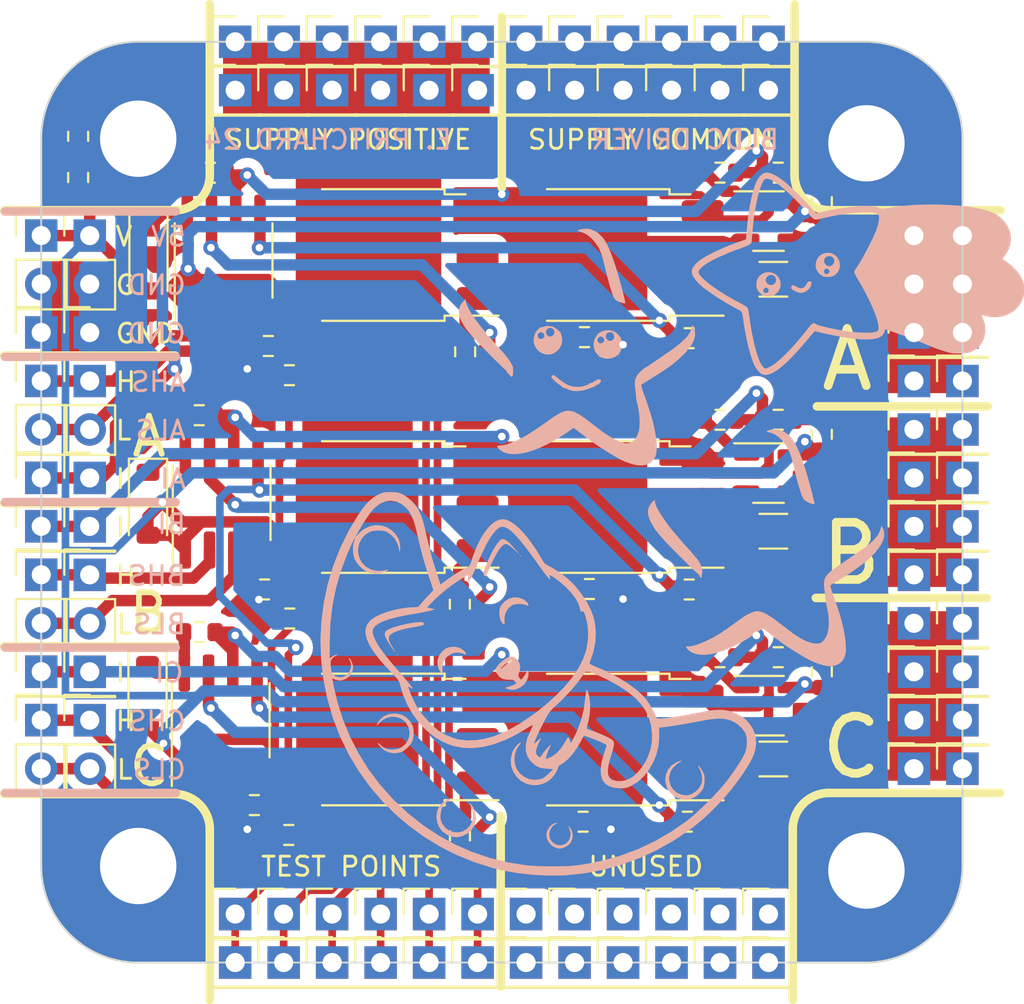
<source format=kicad_pcb>
(kicad_pcb (version 20221018) (generator pcbnew)
  (layers (0 "F.Cu" signal) (31 "B.Cu" signal) (34 "B.Paste" user) (35 "F.Paste" user) (36 "B.SilkS" user "B.Silkscreen") (37 "F.SilkS" user "F.Silkscreen") (38 "B.Mask" user) (39 "F.Mask" user) (44 "Edge.Cuts" user))
  (net 0 "")
  (net 1 "+5V")
  (net 2 "GND")
  (net 3 "Net-(D1-K)")
  (net 4 "/Single_Phase/OUTPUT_PRE_S")
  (net 5 "VD")
  (net 6 "Net-(U1-HO)")
  (net 7 "Net-(U1-LO)")
  (net 8 "Net-(R3-Pad1)")
  (net 9 "/Single_Phase/I_SENSE")
  (net 10 "/Single_Phase/OUTPUT")
  (net 11 "/Single_Phase/en_hs")
  (net 12 "/Single_Phase/en_ls")
  (net 13 "Net-(D2-K)")
  (net 14 "/Single_Phase1/OUTPUT_PRE_S")
  (net 15 "Net-(D3-K)")
  (net 16 "/Single_Phase2/OUTPUT_PRE_S")
  (net 17 "/Single_Phase1/OUTPUT")
  (net 18 "/Single_Phase2/OUTPUT")
  (net 19 "Net-(U3-HO)")
  (net 20 "Net-(U3-LO)")
  (net 21 "Net-(R7-Pad1)")
  (net 22 "/Single_Phase1/I_SENSE")
  (net 23 "Net-(U5-HO)")
  (net 24 "Net-(U5-LO)")
  (net 25 "Net-(R11-Pad1)")
  (net 26 "/Single_Phase2/I_SENSE")
  (net 27 "/Single_Phase1/en_hs")
  (net 28 "/Single_Phase1/en_ls")
  (net 29 "/Single_Phase2/en_hs")
  (net 30 "/Single_Phase2/en_ls")
  (net 31 "Net-(Q1-D)")
  (net 32 "Net-(Q2-D)")
  (net 33 "Net-(Q3-D)")
  (net 34 "Net-(Q4-D)")
  (net 35 "Net-(Q5-D)")
  (net 36 "Net-(Q6-D)")
  (net 37 "Net-(D4-K)")
  (footprint "Connector_PinHeader_2.54mm:PinHeader_1x01_P2.54mm_Vertical" (layer "F.Cu") (at 43.18 12.7)
    (fp_text reference "J13" hide)
    (fp_text value "Conn_01x01_Pin" hide)
  )
  (footprint "Connector_PinHeader_2.54mm:PinHeader_1x01_P2.54mm_Vertical" (layer "F.Cu") (at 27.94 60.96)
    (fp_text reference "J16" hide)
    (fp_text value "Conn_01x01_Pin" hide)
  )
  (footprint "Connector_PinHeader_2.54mm:PinHeader_1x01_P2.54mm_Vertical" (layer "F.Cu") (at 15.24 27.94)
    (fp_text reference "J13" hide)
    (fp_text value "Conn_01x01_Pin" hide)
  )
  (footprint "Resistor_SMD:R_0603_1608Metric" (layer "F.Cu") (at 14.634379 19.814512 -90)
    (fp_text reference "D4" hide)
    (fp_text value "LED" hide)
  )
  (footprint "Resistor_SMD:R_0603_1608Metric" (layer "F.Cu") (at 34.635608 54.322584 90)
    (fp_text reference "R9" hide)
    (fp_text value "R" hide)
  )
  (footprint "Connector_PinHeader_2.54mm:PinHeader_1x01_P2.54mm_Vertical" (layer "F.Cu") (at 38.1 60.96)
    (fp_text reference "J17" hide)
    (fp_text value "Conn_01x01_Pin" hide)
  )
  (footprint "Connector_PinHeader_2.54mm:PinHeader_1x01_P2.54mm_Vertical" (layer "F.Cu") (at 45.72 58.42)
    (fp_text reference "J18" hide)
    (fp_text value "Conn_01x01_Pin" hide)
  )
  (footprint "Connector_PinHeader_2.54mm:PinHeader_1x01_P2.54mm_Vertical" (layer "F.Cu") (at 30.48 15.24)
    (fp_text reference "J11" hide)
    (fp_text value "Conn_01x01_Pin" hide)
  )
  (footprint "Diode_SMD:D_SOD-123" (layer "F.Cu") (at 18.319206 24.1121 -90)
    (fp_text reference "D1" hide)
    (fp_text value "D" hide)
  )
  (footprint "Connector_PinHeader_2.54mm:PinHeader_1x01_P2.54mm_Vertical" (layer "F.Cu") (at 38.1 15.24)
    (fp_text reference "J14" hide)
    (fp_text value "Conn_01x01_Pin" hide)
  )
  (footprint "Connector_PinHeader_2.54mm:PinHeader_1x01_P2.54mm_Vertical" (layer "F.Cu") (at 38.1 58.42)
    (fp_text reference "J17" hide)
    (fp_text value "Conn_01x01_Pin" hide)
  )
  (footprint "Resistor_SMD:R_0603_1608Metric" (layer "F.Cu") (at 25.702686 30.175338 180)
    (fp_text reference "C2" hide)
    (fp_text value "C" hide)
  )
  (footprint "Connector_PinHeader_2.54mm:PinHeader_1x02_P2.54mm_Vertical" (layer "F.Cu") (at 12.7 40.635)
    (fp_text reference "J2" hide)
    (fp_text value "Conn_01x02_Pin" hide)
  )
  (footprint "Package_TO_SOT_SMD:SOT-23-5" (layer "F.Cu") (at 50.8 22.098)
    (fp_text reference "U2" hide)
    (fp_text value "INA180A2" hide)
  )
  (footprint "Connector_PinHeader_2.54mm:PinHeader_1x01_P2.54mm_Vertical" (layer "F.Cu") (at 48.26 15.24)
    (fp_text reference "J15" hide)
    (fp_text value "Conn_01x01_Pin" hide)
  )
  (footprint "Resistor_SMD:R_0603_1608Metric" (layer "F.Cu") (at 24.595881 28.644376 180)
    (fp_text reference "C1" hide)
    (fp_text value "C" hide)
  )
  (footprint "Resistor_SMD:R_0603_1608Metric" (layer "F.Cu") (at 34.908869 28.948516 90)
    (fp_text reference "R1" hide)
    (fp_text value "R" hide)
  )
  (footprint "Connector_PinHeader_2.54mm:PinHeader_1x02_P2.54mm_Vertical" (layer "F.Cu") (at 15.24 40.64)
    (fp_text reference "J2" hide)
    (fp_text value "Conn_01x02_Pin" hide)
  )
  (footprint "Connector_PinHeader_2.54mm:PinHeader_1x01_P2.54mm_Vertical" (layer "F.Cu") (at 22.86 15.24)
    (fp_text reference "J11" hide)
    (fp_text value "Conn_01x01_Pin" hide)
  )
  (footprint "Connector_PinHeader_2.54mm:PinHeader_1x01_P2.54mm_Vertical" (layer "F.Cu") (at 12.7 38.095)
    (fp_text reference "J5" hide)
    (fp_text value "Conn_01x01_Pin" hide)
  )
  (footprint "Resistor_SMD:R_0603_1608Metric" (layer "F.Cu") (at 46.642381 41.406592)
    (fp_text reference "R6" hide)
    (fp_text value "R" hide)
  )
  (footprint "Connector_PinHeader_2.54mm:PinHeader_1x01_P2.54mm_Vertical" (layer "F.Cu") (at 30.48 12.7)
    (fp_text reference "J11" hide)
    (fp_text value "Conn_01x01_Pin" hide)
  )
  (footprint "Connector_PinHeader_2.54mm:PinHeader_1x01_P2.54mm_Vertical" (layer "F.Cu") (at 50.8 58.42)
    (fp_text reference "J18" hide)
    (fp_text value "Conn_01x01_Pin" hide)
  )
  (footprint "Connector_PinHeader_2.54mm:PinHeader_1x01_P2.54mm_Vertical" (layer "F.Cu") (at 60.96 27.94)
    (fp_text reference "J16" hide)
    (fp_text value "Conn_01x01_Pin" hide)
  )
  (footprint "Resistor_SMD:R_0603_1608Metric" (layer "F.Cu") (at 48.26 44.958)
    (fp_text reference "R11" hide)
    (fp_text value "R" hide)
  )
  (footprint "Connector_PinHeader_2.54mm:PinHeader_1x01_P2.54mm_Vertical" (layer "F.Cu") (at 40.64 15.24)
    (fp_text reference "J15" hide)
    (fp_text value "Conn_01x01_Pin" hide)
  )
  (footprint "Connector_PinHeader_2.54mm:PinHeader_1x01_P2.54mm_Vertical" (layer "F.Cu") (at 15.24 45.72)
    (fp_text reference "J6" hide)
    (fp_text value "Conn_01x01_Pin" hide)
  )
  (footprint "Connector_PinHeader_2.54mm:PinHeader_1x01_P2.54mm_Vertical" (layer "F.Cu") (at 58.42 45.72)
    (fp_text reference "J18" hide)
    (fp_text value "Conn_01x01_Pin" hide)
  )
  (footprint "Package_SO:SOIC-8_3.9x4.9mm_P1.27mm" (layer "F.Cu") (at 22.101061 48.26 90)
    (fp_text reference "U5" hide)
    (fp_text value "IRS2005S" hide)
  )
  (footprint "Resistor_SMD:R_1206_3216Metric" (layer "F.Cu") (at 51.054 50.292)
    (fp_text reference "R3_SHUNT3" hide)
    (fp_text value "R" hide)
  )
  (footprint "Connector_PinHeader_2.54mm:PinHeader_1x01_P2.54mm_Vertical" (layer "F.Cu") (at 48.26 58.42)
    (fp_text reference "J18" hide)
    (fp_text value "Conn_01x01_Pin" hide)
  )
  (footprint "Connector_PinHeader_2.54mm:PinHeader_1x01_P2.54mm_Vertical" (layer "F.Cu") (at 60.96 33.02)
    (fp_text reference "J17" hide)
    (fp_text value "Conn_01x01_Pin" hide)
  )
  (footprint "Connector_PinHeader_2.54mm:PinHeader_1x01_P2.54mm_Vertical" (layer "F.Cu") (at 27.94 15.24)
    (fp_text reference "J10" hide)
    (fp_text value "Conn_01x01_Pin" hide)
  )
  (footprint "Connector_PinHeader_2.54mm:PinHeader_1x01_P2.54mm_Vertical" (layer "F.Cu") (at 33.02 60.96)
    (fp_text reference "J17" hide)
    (fp_text value "Conn_01x01_Pin" hide)
  )
  (footprint "Connector_PinHeader_2.54mm:PinHeader_1x01_P2.54mm_Vertical" (layer "F.Cu") (at 12.7 45.715)
    (fp_text reference "J6" hide)
    (fp_text value "Conn_01x01_Pin" hide)
  )
  (footprint "Package_TO_SOT_SMD:TO-252-3_TabPin2" (layer "F.Cu") (at 42.305 37.085 180)
    (fp_text reference "Q4" hide)
    (fp_text value "NMOS" hide)
  )
  (footprint "Connector_PinHeader_2.54mm:PinHeader_1x01_P2.54mm_Vertical" (layer "F.Cu") (at 58.42 38.1)
    (fp_text reference "J17" hide)
    (fp_text value "Conn_01x01_Pin" hide)
  )
  (footprint "Connector_PinHeader_2.54mm:PinHeader_1x01_P2.54mm_Vertical" (layer "F.Cu") (at 25.4 60.96)
    (fp_text reference "J16" hide)
    (fp_text value "Conn_01x01_Pin" hide)
  )
  (footprint "Resistor_SMD:R_1206_3216Metric" (layer "F.Cu") (at 51.054 25.146)
    (fp_text reference "R3_SHUNT1" hide)
    (fp_text value "R" hide)
  )
  (footprint "Connector_PinHeader_2.54mm:PinHeader_1x01_P2.54mm_Vertical" (layer "F.Cu") (at 33.02 15.24)
    (fp_text reference "J12" hide)
    (fp_text value "Conn_01x01_Pin" hide)
  )
  (footprint "Package_SO:SOIC-8_3.9x4.9mm_P1.27mm" (layer "F.Cu") (at 22.152167 36.863085 90)
    (fp_text reference "U3" hide)
    (fp_text value "IRS2005S" hide)
  )
  (footprint "Connector_PinHeader_2.54mm:PinHeader_1x01_P2.54mm_Vertical" (layer "F.Cu") (at 58.42 35.56)
    (fp_text reference "J17" hide)
    (fp_text value "Conn_01x01_Pin" hide)
  )
  (footprint "Connector_PinHeader_2.54mm:PinHeader_1x01_P2.54mm_Vertical" (layer "F.Cu") (at 48.26 12.7)
    (fp_text reference "J15" hide)
    (fp_text value "Conn_01x01_Pin" hide)
  )
  (footprint "Connector_PinHeader_2.54mm:PinHeader_1x01_P2.54mm_Vertical" (layer "F.Cu") (at 40.64 58.42)
    (fp_text reference "J17" hide)
    (fp_text value "Conn_01x01_Pin" hide)
  )
  (footprint "Connector_PinHeader_2.54mm:PinHeader_1x01_P2.54mm_Vertical" (layer "F.Cu") (at 33.02 58.42)
    (fp_text reference "J17" hide)
    (fp_text value "Conn_01x01_Pin" hide)
  )
  (footprint "Connector_PinHeader_2.54mm:PinHeader_1x01_P2.54mm_Vertical" (layer "F.Cu") (at 58.42 22.86)
    (fp_text reference "J16" hide)
    (fp_text value "Conn_01x01_Pin" hide)
  )
  (footprint "Resistor_SMD:R_0603_1608Metric" (layer "F.Cu") (at 46.643366 28.235527)
    (fp_text reference "R2" hide)
    (fp_text value "R" hide)
  )
  (footprint "Resistor_SMD:R_0603_1608Metric" (layer "F.Cu") (at 46.54708 53.57652)
    (fp_text reference "R10" hide)
    (fp_text value "R" hide)
  )
  (footprint "Connector_PinHeader_2.54mm:PinHeader_1x01_P2.54mm_Vertical" (layer "F.Cu") (at 60.96 48.26)
    (fp_text reference "J18" hide)
    (fp_text value "Conn_01x01_Pin" hide)
  )
  (footprint "Connector_PinHeader_2.54mm:PinHeader_1x01_P2.54mm_Vertical" (layer "F.Cu") (at 25.4 12.7)
    (fp_text reference "J12" hide)
    (fp_text value "Conn_01x01_Pin" hide)
  )
  (footprint "Resistor_SMD:R_0603_1608Metric" (layer "F.Cu") (at 51.308 44.958 180)
    (fp_text reference "R12" hide)
    (fp_text value "R" hide)
  )
  (footprint "Connector_PinHeader_2.54mm:PinHeader_1x01_P2.54mm_Vertical" (layer "F.Cu") (at 30.48 60.96)
    (fp_text reference "J16" hide)
    (fp_text value "Conn_01x01_Pin" hide)
  )
  (footprint "Resistor_SMD:R_1206_3216Metric" (layer "F.Cu") (at 51.054 38.354)
    (fp_text reference "R3_SHUNT2" hide)
    (fp_text value "R" hide)
  )
  (footprint "Connector_PinHeader_2.54mm:PinHeader_1x01_P2.54mm_Vertical" (layer "F.Cu") (at 58.42 25.4)
    (fp_text reference "J16" hide)
    (fp_text value "Conn_01x01_Pin" hide)
  )
  (footprint "Package_TO_SOT_SMD:TO-252-3_TabPin2" (layer "F.Cu") (at 42.305 23.875 180)
    (fp_text reference "Q2" hide)
    (fp_text value "NMOS" hide)
  )
  (footprint "Connector_PinHeader_2.54mm:PinHeader_1x01_P2.54mm_Vertical" (layer "F.Cu") (at 58.42 50.8)
    (fp_text reference "J18" hide)
    (fp_text value "Conn_01x01_Pin" hide)
  )
  (footprint "Connector_PinHeader_2.54mm:PinHeader_1x01_P2.54mm_Vertical" (layer "F.Cu") (at 60.96 40.64)
    (fp_text reference "J17" hide)
    (fp_text value "Conn_01x01_Pin" hide)
  )
  (footprint "Connector_PinHeader_2.54mm:PinHeader_1x01_P2.54mm_Vertical" (layer "F.Cu") (at 60.96 35.56)
    (fp_text reference "J17" hide)
    (fp_text value "Conn_01x01_Pin" hide)
  )
  (footprint "Connector_PinHeader_2.54mm:PinHeader_1x01_P2.54mm_Vertical" (layer "F.Cu") (at 60.96 25.4)
    (fp_text reference "J16" hide)
    (fp_text value "Conn_01x01_Pin" hide)
  )
  (footprint "Connector_PinHeader_2.54mm:PinHeader_1x02_P2.54mm_Vertical" (layer "F.Cu") (at 15.24 30.48)
    (fp_text reference "J1" hide)
    (fp_text value "Conn_01x02_Pin" hide)
  )
  (footprint "Connector_PinHeader_2.54mm:PinHeader_1x01_P2.54mm_Vertical" (layer "F.Cu") (at 15.24 35.56)
    (fp_text reference "J4" hide)
    (fp_text value "Conn_01x01_Pin" hide)
  )
  (footprint "Connector_PinHeader_2.54mm:PinHeader_1x01_P2.54mm_Vertical" (layer "F.Cu") (at 12.7 27.935)
    (fp_text reference "J13" hide)
    (fp_text value "Conn_01x01_Pin" hide)
  )
  (footprint "Connector_PinHeader_2.54mm:PinHeader_1x01_P2.54mm_Vertical" (layer "F.Cu") (at 33.02 12.7)
    (fp_text reference "J12" hide)
    (fp_text value "Conn_01x01_Pin" hide)
  )
  (footprint "Connector_PinHeader_2.54mm:PinHeader_1x01_P2.54mm_Vertical" (layer "F.Cu") (at 58.42 40.64)
    (fp_text reference "J17" hide)
    (fp_text value "Conn_01x01_Pin" hide)
  )
  (footprint "Connector_PinHeader_2.54mm:PinHeader_1x01_P2.54mm_Vertical" (layer "F.Cu") (at 12.7 35.555)
    (fp_text reference "J4" hide)
    (fp_text value "Conn_01x01_Pin" hide)
  )
  (footprint "Resistor_SMD:R_0603_1608Metric" (layer "F.Cu") (at 48.26 32.512)
    (fp_text reference "R7" hide)
    (fp_text value "R" hide)
  )
  (footprint "Resistor_SMD:R_0603_1608Metric" (layer "F.Cu") (at 20.984379 43.644275)
    (fp_text reference "C1_BOOT3" hide)
    (fp_text value "C" hide)
  )
  (footprint "Connector_PinHeader_2.54mm:PinHeader_1x01_P2.54mm_Vertical" (layer "F.Cu") (at 60.96 30.48)
    (fp_text reference "J16" hide)
    (fp_text value "Conn_01x01_Pin" hide)
  )
  (footprint "Connector_PinHeader_2.54mm:PinHeader_1x01_P2.54mm_Vertical" (layer "F.Cu") (at 45.72 15.24)
    (fp_text reference "J14" hide)
    (fp_text value "Conn_01x01_Pin" hide)
  )
  (footprint "Connector_PinHeader_2.54mm:PinHeader_1x01_P2.54mm_Vertical" (layer "F.Cu") (at 40.64 12.7)
    (fp_text reference "J15" hide)
    (fp_text value "Conn_01x01_Pin" hide)
  )
  (footprint "Diode_SMD:D_SOD-123" (layer "F.Cu") (at 18.2681 46.99 -90)
    (fp_text reference "D3" hide)
    (fp_text value "D" hide)
  )
  (footprint "Connector_PinHeader_2.54mm:PinHeader_1x01_P2.54mm_Vertical" (layer "F.Cu") (at 43.18 60.96)
    (fp_text reference "J18" hide)
    (fp_text value "Conn_01x01_Pin" hide)
  )
  (footprint "Connector_PinHeader_2.54mm:PinHeader_1x01_P2.54mm_Vertical" (layer "F.Cu") (at 60.96 45.72)
    (fp_text reference "J18" hide)
    (fp_text value "Conn_01x01_Pin" hide)
  )
  (footprint "Resistor_SMD:R_0603_1608Metric" (layer "F.Cu") (at 53.594 21.082 90)
    (fp_text reference "C12" hide)
    (fp_text value "C" hide)
  )
  (footprint "Connector_PinHeader_2.54mm:PinHeader_1x01_P2.54mm_Vertical" (layer "F.Cu") (at 35.56 12.7)
    (fp_text reference "J10" hide)
    (fp_text value "Conn_01x01_Pin" hide)
  )
  (footprint "Connector_PinHeader_2.54mm:PinHeader_1x01_P2.54mm_Vertical" (layer "F.Cu") (at 35.56 15.24)
    (fp_text reference "J10" hide)
    (fp_text value "Conn_01x01_Pin" hide)
  )
  (footprint "Package_TO_SOT_SMD:TO-252-3_TabPin2" (layer "F.Cu") (at 30.52 49.27 180)
    (fp_text reference "Q5" hide)
    (fp_text value "NMOS" hide)
  )
  (footprint "Connector_PinHeader_2.54mm:PinHeader_1x01_P2.54mm_Vertical" (layer "F.Cu") (at 22.86 58.42)
    (fp_text reference "J16" hide)
    (fp_text value "Conn_01x01_Pin" hide)
  )
  (footprint "Resistor_SMD:R_0603_1608Metric" (layer "F.Cu") (at 14.634379 17.654512 90)
    (fp_text reference "R13" hide)
    (fp_text value "R" hide)
  )
  (footprint "Connector_PinHeader_2.54mm:PinHeader_1x01_P2.54mm_Vertical" (layer "F.Cu") (at 60.96 50.8)
    (fp_text reference "J18" hide)
    (fp_text value "Conn_01x01_Pin" hide)
  )
  (footprint "Connector_PinHeader_2.54mm:PinHeader_1x01_P2.54mm_Vertical" (layer "F.Cu") (at 30.48 58.42)
    (fp_text reference "J16" hide)
    (fp_text value "Conn_01x01_Pin" hide)
  )
  (footprint "Package_TO_SOT_SMD:TO-252-3_TabPin2" (layer "F.Cu") (at 30.52 37.085 180)
    (fp_text reference "Q3" hide)
    (fp_text value "NMOS" hide)
  )
  (footprint "Resistor_SMD:R_0603_1608Metric" (layer "F.Cu") (at 41.415742 41.381903)
    (fp_text reference "C7" hide)
    (fp_text value "C" hide)
  )
  (footprint "Connector_PinHeader_2.54mm:PinHeader_1x01_P2.54mm_Vertical" (layer "F.Cu") (at 50.8 60.96)
    (fp_text reference "J18" hide)
    (fp_text value "Conn_01x01_Pin" hide)
  )
  (footprint "Connector_PinHeader_2.54mm:PinHeader_1x01_P2.54mm_Vertical" (layer "F.Cu") (at 43.18 15.24)
    (fp_text reference "J13" hide)
    (fp_text value "Conn_01x01_Pin" hide)
  )
  (footprint "Connector_PinHeader_2.54mm:PinHeader_1x01_P2.54mm_Vertical" (layer "F.Cu") (at 15.24 38.1)
    (fp_text reference "J5" hide)
    (fp_text value "Conn_01x01_Pin" hide)
  )
  (footprint "Resistor_SMD:R_0603_1608Metric" (layer "F.Cu") (at 24.398615 41.406344 180)
    (fp_text reference "C5" hide)
    (fp_text value "C" hide)
  )
  (footprint "Connector_PinHeader_2.54mm:PinHeader_1x02_P2.54mm_Vertical" (layer "F.Cu") (at 15.24 22.86)
    (fp_text reference "J7" hide)
    (fp_text value "Conn_01x02_Pin" hide)
  )
  (footprint "Resistor_SMD:R_0603_1608Metric" (layer "F.Cu") (at 23.863703 52.708324 180)
    (fp_text reference "C9" hide)
    (fp_text value "C" hide)
  )
  (footprint "Connector_PinHeader_2.54mm:PinHeader_1x01_P2.54mm_Vertical" (layer "F.Cu") (at 22.86 60.96)
    (fp_text reference "J16" hide)
    (fp_text value "Conn_01x01_Pin" hide)
  )
  (footprint "Connector_PinHeader_2.54mm:PinHeader_1x01_P2.54mm_Vertical" (layer "F.Cu") (at 60.96 43.18)
    (fp_text reference "J18" hide)
    (fp_text value "Conn_01x01_Pin" hide)
  )
  (footprint "Resistor_SMD:R_0603_1608Metric" (layer "F.Cu") (at 51.308 32.512 180)
    (fp_text reference "R8" hide)
    (fp_text value "R" hide)
  )
  (footprint "Connector_PinHeader_2.54mm:PinHeader_1x02_P2.54mm_Vertical" (layer "F.Cu") (at 15.24 48.26)
    (fp_text reference "J3" hide)
    (fp_text value "Conn_01x02_Pin" hide)
  )
  (footprint "Connector_PinHeader_2.54mm:PinHeader_1x01_P2.54mm_Vertical" (layer "F.Cu") (at 27.94 58.42)
    (fp_text reference "J16" hide)
    (fp_text value "Conn_01x01_Pin" hide)
  )
  (footprint "Connector_PinHeader_2.54mm:PinHeader_1x02_P2.54mm_Vertical" (layer "F.Cu") (at 12.7 22.855)
    (fp_text reference "J7" hide)
    (fp_text value "Conn_01x02_Pin" hide)
  )
  (footprint "Connector_PinHeader_2.54mm:PinHeader_1x01_P2.54mm_Vertical" (layer "F.Cu") (at 50.8 15.24)
    (fp_text reference "J13" hide)
    (fp_text value "Conn_01x01_Pin" hide)
  )
  (footprint "Resistor_SMD:R_0603_1608Metric" (layer "F.Cu") (at 53.594 45.72 90)
    (fp_text reference "C8" hide)
    (fp_text value "C" hide)
  )
  (footprint "Connector_PinHeader_2.54mm:PinHeader_1x01_P2.54mm_Vertical" (layer "F.Cu") (at 58.42 30.48)
    (fp_text reference "J16" hide)
    (fp_text value "Conn_01x01_Pin" hide)
  )
  (footprint "Connector_PinHeader_2.54mm:PinHeader_1x01_P2.54mm_Vertical" (layer "F.Cu") (at 35.56 60.96)
    (fp_text reference "J17" hide)
    (fp_text value "Conn_01x01_Pin" hide)
  )
  (footprint "Resistor_SMD:R_0603_1608Metric" (layer "F.Cu") (at 21.563583 19.564517)
    (fp_text reference "C1_BOOT1" hide)
    (fp_text value "C" hide)
  )
  (footprint "Connector_PinHeader_2.54mm:PinHeader_1x01_P2.54mm_Vertical" (layer "F.Cu") (at 45.72 12.7)
    (fp_text reference "J14" hide)
    (fp_text value "Conn_01x01_Pin" hide)
  )
  (footprint "Connector_PinHeader_2.54mm:PinHeader_1x01_P2.54mm_Vertical" (layer "F.Cu") (at 58.42 43.18)
    (fp_text reference "J18" hide)
    (fp_text value "Conn_01x01_Pin" hide)
  )
  (footprint "Package_TO_SOT_SMD:SOT-23-5" (layer "F.Cu") (at 50.8 47.498)
    (fp_text reference "U6" hide)
    (fp_text value "INA180A2" hide)
  )
  (footprint "Connector_PinHeader_2.54mm:PinHeader_1x01_P2.54mm_Vertical" (layer "F.Cu") (at 25.4 15.24)
    (fp_text reference "J12" hide)
    (fp_text value "Conn_01x01_Pin" hide)
  )
  (footprint "Resistor_SMD:R_0603_1608Metric" (layer "F.Cu") (at 48.26 19.558)
    (fp_text reference "R3" hide)
    (fp_text value "R" hide)
  )
  (footprint "Resistor_SMD:R_0603_1608Metric" (layer "F.Cu") (at 20.975972 32.272913)
    (fp_text reference "C1_BOOT2" hide)
    (fp_text value "C" hide)
  )
  (footprint "Connector_PinHeader_2.54mm:PinHeader_1x02_P2.54mm_Vertical" (layer "F.Cu") (at 12.7 48.255)
    (fp_text reference "J3" hide)
    (fp_text value "Conn_01x02_Pin" hide)
  )
  (footprint "Resistor_SMD:R_0603_1608Metric" (layer "F.Cu") (at 41.158467 28.18047)
    (fp_text reference "C3" hide)
    (fp_text value "C" hide)
  )
  (footprint "Resistor_SMD:R_0603_1608Metric" (layer "F.Cu") (at 41.086375 53.578495)
    (fp_text reference "C11" hide)
    (fp_text value "C" hide)
  )
  (footprint "Connector_PinHeader_2.54mm:PinHeader_1x01_P2.54mm_Vertical" (layer "F.Cu") (at 50.8 12.7)
    (fp_text reference "J13" hide)
    (fp_text value "Conn_01x01_Pin" hide)
  )
  (footprint "Connector_PinHeader_2.54mm:PinHeader_1x01_P2.54mm_Vertical" (layer "F.Cu") (at 48.26 60.96)
    (fp_text reference "J18" hide)
    (fp_text value "Conn_01x01_Pin" hide)
  )
  (footprint "Connector_PinHeader_2.54mm:PinHeader_1x01_P2.54mm_Vertical" (layer "F.Cu") (at 22.86 12.7)
    (fp_text reference "J11" hide)
    (fp_text value "Conn_01x01_Pin" hide)
  )
  (footprint "Connector_PinHeader_2.54mm:PinHeader_1x01_P2.54mm_Vertical" (layer "F.Cu") (at 38.1 12.7)
    (fp_text reference "J14" hide)
    (fp_text value "Conn_01x01_Pin" hide)
  )
  (footprint "Resistor_SMD:R_0603_1608Metric" (layer "F.Cu") (at 51.308 19.558 180)
    (fp_text reference "R4" hide)
    (fp_text value "R" hide)
  )
  (footprint "Resistor_SMD:R_0603_1608Metric" (layer "F.Cu") (at 25.669603 54.27374 180)
    (fp_text reference "C10" hide)
    (fp_text value "C" hide)
  )
  (footprint "Connector_PinHeader_2.54mm:PinHeader_1x01_P2.54mm_Vertical" (layer "F.Cu") (at 45.72 60.96)
    (fp_text reference "J18" hide)
    (fp_text value "Conn_01x01_Pin" hide)
  )
  (footprint "Connector_PinHeader_2.54mm:PinHeader_1x01_P2.54mm_Vertical" (layer "F.Cu") (at 60.96 22.86)
    (fp_text reference "J16" hide)
    (fp_text value "Conn_01x01_Pin" hide)
  )
  (footprint "Connector_PinHeader_2.54mm:PinHeader_1x01_P2.54mm_Vertical" (layer "F.Cu") (at 25.4 58.42)
    (fp_text reference "J16" hide)
    (fp_text value "Conn_01x01_Pin" hide)
  )
  (footprint "Diode_SMD:D_SOD-123" (layer "F.Cu") (at 18.293653 36.914191 -90)
    (fp_text reference "D2" hide)
    (fp_text value "D" hide)
  )
  (footprint "Connector_PinHeader_2.54mm:PinHeader_1x01_P2.54mm_Vertical" (layer "F.Cu") (at 40.64 60.96)
    (fp_text reference "J17" hide)
    (fp_text value "Conn_01x01_Pin" hide)
  )
  (footprint "Connector_PinHeader_2.54mm:PinHeader_1x01_P2.54mm_Vertical" (layer "F.Cu") (at 27.94 12.7)
    (fp_text reference "J10" hide)
    (fp_text value "Conn_01x01_Pin" hide)
  )
  (footprint "Connector_PinHeader_2.54mm:PinHeader_1x01_P2.54mm_Vertical" (layer "F.Cu") (at 60.96 38.1)
    (fp_text reference "J17" hide)
    (fp_text value "Conn_01x01_Pin" hide)
  )
  (footprint "Resistor_SMD:R_0603_1608Metric" (layer "F.Cu") (at 53.594 33.274 90)
    (fp_text reference "C4" hide)
    (fp_text value "C" hide)
  )
  (footprint "Connector_PinHeader_2.54mm:PinHeader_1x01_P2.54mm_Vertical" (layer "F.Cu") (at 58.42 27.94)
    (fp_text reference "J16" hide)
    (fp_text value "Conn_01x01_Pin" hide)
  )
  (footprint "Package_TO_SOT_SMD:TO-252-3_TabPin2" (layer "F.Cu") (at 42.305 49.275 180)
    (fp_text reference "Q6" hide)
    (fp_text value "NMOS" hide)
  )
  (footprint "Connector_PinHeader_2.54mm:PinHeader_1x01_P2.54mm_Vertical" (layer "F.Cu") (at 58.42 33.02)
    (fp_text reference "J17" hide)
    (fp_text value "Conn_01x01_Pin" hide)
  )
  (footprint "Package_TO_SOT_SMD:SOT-23-5" (layer "F.Cu") (at 50.8 35.306)
    (fp_text reference "U4" hide)
    (fp_text value "INA180A2" hide)
  )
  (footprint "Connector_PinHeader_2.54mm:PinHeader_1x01_P2.54mm_Vertical" (layer "F.Cu") (at 58.42 48.26)
    (fp_text reference "J18" hide)
    (fp_text value "Conn_01x01_Pin" hide)
  )
  (footprint "Package_SO:SOIC-8_3.9x4.9mm_P1.27mm" (layer "F.Cu") (at 22.254379 24.163206 90)
    (fp_text reference "U1" hide)
    (fp_text value "IRS2005S" hide)
  )
  (footprint "Package_TO_SOT_SMD:TO-252-3_TabPin2" (layer "F.Cu") (at 30.52 23.875 180)
    (fp_text reference "Q1" hide)
    (fp_text value "NMOS" hide)
  )
  (footprint "Connector_PinHeader_2.54mm:PinHeader_1x01_P2.54mm_Vertical" (layer "F.Cu") (at 35.56 58.42)
    (fp_text reference "J17" hide)
    (fp_text value "Conn_01x01_Pin" hide)
  )
  (footprint "Connector_PinHeader_2.54mm:PinHeader_1x01_P2.54mm_Vertical" (layer "F.Cu") (at 43.18 58.42)
    (fp_text reference "J18" hide)
    (fp_text value "Conn_01x01_Pin" hide)
  )
  (footprint "Resistor_SMD:R_0603_1608Metric" (layer "F.Cu") (at 34.62972 42.181848 90)
    (fp_text reference "R5" hide)
    (fp_text value "R" hide)
  )
  (footprint "Connector_PinHeader_2.54mm:PinHeader_1x02_P2.54mm_Vertical" (layer "F.Cu") (at 12.7 30.475)
    (fp_text reference "J1" hide)
    (fp_text value "Conn_01x02_Pin" hide)
  )
  (footprint "Resistor_SMD:R_0603_1608Metric" (layer "F.Cu") (at 25.720709 42.928174 180)
    (fp_text reference "C6" hide)
    (fp_text value "C" hide)
  )
  (footprint "AudioJacks:ayo" (layer "B.Cu") (at 55.245 24.765 180)
    (fp_text reference "G***" hide)
    (fp_text value "LOGO" hide)
  )
  (footprint "AudioJacks:isssabell" (layer "B.Cu") (at 43.907389 34.29 180)
    (fp_text reference "G***" hide)
    (fp_text value "LOGO" hide)
  )
  (footprint "AudioJacks:ayo2" (layer "B.Cu") (at 38.735 46.355 180)
    (fp_text reference "G***" hide)
    (fp_text value "LOGO" hide)
  )
  (gr_line (start 19.745 52.07) (end 10.795 52.07) (stroke (width 0.45)) (layer "B.SilkS"))
  (gr_line (start 19.745 21.59) (end 10.795 21.59) (stroke (width 0.45)) (layer "B.SilkS"))
  (gr_line (start 19.745 29.21) (end 10.795 29.21) (stroke (width 0.45)) (layer "B.SilkS"))
  (gr_line (start 19.745 44.45) (end 10.795 44.45) (stroke (width 0.45)) (layer "B.SilkS"))
  (gr_line (start 19.745 36.83) (end 10.795 36.83) (stroke (width 0.45)) (layer "B.SilkS"))
  (gr_line (start 19.715 36.89) (end 10.765 36.89) (stroke (width 0.45)) (layer "F.SilkS"))
  (gr_line (start 21.530243 53.975) (end 21.530243 62.925) (stroke (width 0.45)) (layer "F.SilkS"))
  (gr_arc (start 54.010301 21.530975) (mid 52.705 20.990301) (end 52.164326 19.685) (stroke (width 0.45)) (layer "F.SilkS"))
  (gr_line (start 62.925 52.07) (end 53.975 52.07) (stroke (width 0.45)) (layer "F.SilkS"))
  (gr_line (start 19.715 52.13) (end 10.765 52.13) (stroke (width 0.45)) (layer "F.SilkS"))
  (gr_line (start 19.715 21.53) (end 10.765 21.53) (stroke (width 0.45)) (layer "F.SilkS"))
  (gr_arc (start 52.07 53.975) (mid 52.627962 52.627962) (end 53.975 52.07) (stroke (width 0.45)) (layer "F.SilkS"))
  (gr_line (start 19.715 29.15) (end 10.765 29.15) (stroke (width 0.45)) (layer "F.SilkS"))
  (gr_line (start 19.715 44.39) (end 10.765 44.39) (stroke (width 0.45)) (layer "F.SilkS"))
  (gr_line (start 52.164326 10.735) (end 52.164326 19.685) (stroke (width 0.45)) (layer "F.SilkS"))
  (gr_line (start 62.29 31.81) (end 53.34 31.81) (stroke (width 0.45)) (layer "F.SilkS"))
  (gr_line (start 62.960301 21.530975) (end 54.010301 21.530975) (stroke (width 0.45)) (layer "F.SilkS"))
  (gr_line (start 36.83 11.4) (end 36.83 20.35) (stroke (width 0.45)) (layer "F.SilkS"))
  (gr_line (start 52.07 53.975) (end 52.07 62.925) (stroke (width 0.45)) (layer "F.SilkS"))
  (gr_arc (start 21.530243 19.685) (mid 20.989784 20.989784) (end 19.685 21.530243) (stroke (width 0.45)) (layer "F.SilkS"))
  (gr_line (start 21.530243 19.685) (end 21.530243 10.735) (stroke (width 0.45)) (layer "F.SilkS"))
  (gr_arc (start 19.685 52.129757) (mid 20.989784 52.670216) (end 21.530243 53.975) (stroke (width 0.45)) (layer "F.SilkS"))
  (gr_line (start 62.23 41.85) (end 53.28 41.85) (stroke (width 0.45)) (layer "F.SilkS"))
  (gr_line (start 36.77 53.28) (end 36.77 62.23) (stroke (width 0.45)) (layer "F.SilkS"))
  (gr_line (start 17.78 60.96) (end 55.88 60.96) (stroke (width 0.1)) (layer "Edge.Cuts"))
  (gr_arc (start 17.78 60.96) (mid 14.187898 59.472102) (end 12.7 55.88) (stroke (width 0.1)) (layer "Edge.Cuts"))
  (gr_arc (start 55.88 12.7) (mid 59.472102 14.187898) (end 60.96 17.78) (stroke (width 0.1)) (layer "Edge.Cuts"))
  (gr_arc (start 12.7 17.78) (mid 14.187898 14.187898) (end 17.78 12.7) (stroke (width 0.1)) (layer "Edge.Cuts"))
  (gr_line (start 60.96 55.88) (end 60.96 17.78) (stroke (width 0.1)) (layer "Edge.Cuts"))
  (gr_line (start 55.88 12.7) (end 17.78 12.7) (stroke (width 0.1)) (layer "Edge.Cuts"))
  (gr_arc (start 60.96 55.88) (mid 59.472102 59.472102) (end 55.88 60.96) (stroke (width 0.1)) (layer "Edge.Cuts"))
  (gr_line (start 12.7 17.78) (end 12.7 55.88) (stroke (width 0.1)) (layer "Edge.Cuts"))
  (gr_text "GND" (at 20.367618 26.035) (layer "B.SilkS") (effects (font (size 1 1)) (justify left bottom mirror)))
  (gr_text "CLS\n" (at 20.367618 51.435) (layer "B.SilkS") (effects (font (size 1 1)) (justify left bottom mirror)))
  (gr_text "CI\n" (at 20.244518 46.355) (layer "B.SilkS") (effects (font (size 1 1)) (justify left bottom mirror)))
  (gr_text "5V" (at 20.367618 23.495) (layer "B.SilkS") (effects (font (size 1 1)) (justify left bottom mirror)))
  (gr_text "AHS\n" (at 20.367618 31.115) (layer "B.SilkS") (effects (font (size 1 1)) (justify left bottom mirror)))
  (gr_text "GND" (at 20.367618 28.575) (layer "B.SilkS") (effects (font (size 1 1)) (justify left bottom mirror)))
  (gr_text "BI\n" (at 20.367618 38.564191) (layer "B.SilkS") (effects (font (size 1 1)) (justify left bottom mirror)))
  (gr_text "AI\n" (at 20.367618 36.195) (layer "B.SilkS") (effects (font (size 1 1)) (justify left bottom mirror)))
  (gr_text "E. PRITCHARD 24" (at 34.29 18.415) (layer "B.SilkS") (effects (font (size 1 1)) (justify left bottom mirror)))
  (gr_text "BHS\n" (at 20.367618 41.275) (layer "B.SilkS") (effects (font (size 1 1)) (justify left bottom mirror)))
  (gr_text "BLS\n" (at 20.367618 43.815) (layer "B.SilkS") (effects (font (size 1 1)) (justify left bottom mirror)))
  (gr_text "CHS\n" (at 20.367618 48.895) (layer "B.SilkS") (effects (font (size 1 1)) (justify left bottom mirror)))
  (gr_text "BLDC DRIVER" (at 51.435 18.415) (layer "B.SilkS") (effects (font (size 1 1)) (justify left bottom mirror)))
  (gr_text "ALS\n" (at 20.367618 33.655) (layer "B.SilkS") (effects (font (size 1 1)) (justify left bottom mirror)))
  (gr_text "G" (at 16.51 26.035) (layer "F.SilkS") (effects (font (size 1 1)) (justify left bottom)))
  (gr_text "A" (at 17.293653 34.554191) (layer "F.SilkS") (effects (font (size 2 2) (thickness 0.3)) (justify left bottom)))
  (gr_text "SUPPLY POSITIVE" (at 22.225 18.415) (layer "F.SilkS") (effects (font (size 1 1)) (justify left bottom)))
  (gr_text "B" (at 53.34 41.275) (layer "F.SilkS") (effects (font (size 3 3) (thickness 0.45)) (justify left bottom)))
  (gr_text "GND" (at 16.51 28.575) (layer "F.SilkS") (effects (font (size 1 1)) (justify left bottom)))
  (gr_text "V" (at 16.51 23.495) (layer "F.SilkS") (effects (font (size 1 1)) (justify left bottom)))
  (gr_text "I" (at 16.51 38.735) (layer "F.SilkS") (effects (font (size 1 1)) (justify left bottom)))
  (gr_text "A" (at 53.34 31.115) (layer "F.SilkS") (effects (font (size 3 3) (thickness 0.45)) (justify left bottom)))
  (gr_text "C" (at 53.34 51.435) (layer "F.SilkS") (effects (font (size 3 3) (thickness 0.45)) (justify left bottom)))
  (gr_text "C" (at 17.154974 51.829517) (layer "F.SilkS") (effects (font (size 2 2) (thickness 0.3)) (justify left bottom)))
  (gr_text "H" (at 16.51 31.115) (layer "F.SilkS") (effects (font (size 1 1)) (justify left bottom)))
  (gr_text "I" (at 16.51 46.355) (layer "F.SilkS") (effects (font (size 1 1)) (justify left bottom)))
  (gr_text "SUPPLY COMMON" (at 38.1 18.415) (layer "F.SilkS") (effects (font (size 1 1)) (justify left bottom)))
  (gr_text "UNUSED" (at 41.275 56.515) (layer "F.SilkS") (effects (font (size 1 1)) (justify left bottom)))
  (gr_text "I" (at 16.51 36.195) (layer "F.SilkS") (effects (font (size 1 1)) (justify left bottom)))
  (gr_text "H" (at 16.51 48.895) (layer "F.SilkS") (effects (font (size 1 1)) (justify left bottom)))
  (gr_text "H" (at 16.51 41.275) (layer "F.SilkS") (effects (font (size 1 1)) (justify left bottom)))
  (gr_text "L" (at 16.57 43.815) (layer "F.SilkS") (effects (font (size 1 1)) (justify left bottom)))
  (gr_text "B" (at 17.145 43.815) (layer "F.SilkS") (effects (font (size 2 2) (thickness 0.3)) (justify left bottom)))
  (gr_text "L" (at 16.57 51.435) (layer "F.SilkS") (effects (font (size 1 1)) (justify left bottom)))
  (gr_text "TEST POINTS" (at 24.13 56.515) (layer "F.SilkS") (effects (font (size 1 1)) (justify left bottom)))
  (gr_text "L" (at 16.51 33.655) (layer "F.SilkS") (effects (font (size 1 1)) (justify left bottom)))
  (segment (start 20.959173 25.404173) (end 20.394802 24.839802) (width 0.6) (layer "F.Cu") (net 1))
  (segment (start 52.263 21.148) (end 52.705 21.59) (width 0.6) (layer "F.Cu") (net 1))
  (segment (start 25.677686 28.901181) (end 25.677686 34.148073) (width 0.4) (layer "F.Cu") (net 1))
  (segment (start 24.806061 49.640761) (end 24.4253 49.26) (width 0.6) (layer "F.Cu") (net 1))
  (segment (start 25.173615 38.560294) (end 25.173615 38.735) (width 0.6) (layer "F.Cu") (net 1))
  (segment (start 51.9375 34.356) (end 53.287 34.356) (width 0.6) (layer "F.Cu") (net 1))
  (segment (start 24.955 52.442027) (end 24.955 47.055759) (width 0.4) (layer "F.Cu") (net 1))
  (segment (start 25.420881 28.644376) (end 25.677686 28.901181) (width 0.4) (layer "F.Cu") (net 1))
  (segment (start 53.287 34.356) (end 53.594 34.049) (width 0.6) (layer "F.Cu") (net 1))
  (segment (start 52.895 46.545) (end 52.705 46.355) (width 0.6) (layer "F.Cu") (net 1))
  (segment (start 20.349379 24.643032) (end 20.394802 24.597609) (width 0.6) (layer "F.Cu") (net 1))
  (segment (start 18.293653 38.564191) (end 19.473273 38.564191) (width 0.6) (layer "F.Cu") (net 1))
  (segment (start 19.473273 25.7621) (end 20.349379 26.638206) (width 0.6) (layer "F.Cu") (net 1))
  (segment (start 51.9375 34.356) (end 52.004 34.356) (width 0.6) (layer "F.Cu") (net 1))
  (segment (start 24.4253 49.26) (end 21.046822 49.26) (width 0.6) (layer "F.Cu") (net 1))
  (segment (start 20.959173 25.404173) (end 21.20014 25.163206) (width 0.6) (layer "F.Cu") (net 1))
  (segment (start 19.987279 25.7621) (end 20.349379 25.4) (width 0.6) (layer "F.Cu") (net 1))
  (segment (start 25.173615 38.735) (end 25.173615 41.406344) (width 0.6) (layer "F.Cu") (net 1))
  (segment (start 53.594 46.545) (end 52.895 46.545) (width 0.6) (layer "F.Cu") (net 1))
  (segment (start 18.293653 38.564191) (end 18.293653 37.586347) (width 0.6) (layer "F.Cu") (net 1))
  (segment (start 13.005 22.86) (end 13 22.855) (width 0.6) (layer "F.Cu") (net 1))
  (segment (start 19.473273 38.564191) (end 20.247167 39.338085) (width 0.6) (layer "F.Cu") (net 1))
  (segment (start 15.417106 22.86) (end 18.319206 25.7621) (width 0.6) (layer "F.Cu") (net 1))
  (segment (start 51.9375 21.148) (end 52.263 21.148) (width 0.6) (layer "F.Cu") (net 1))
  (segment (start 18.293653 37.586347) (end 19.05 36.83) (width 0.6) (layer "F.Cu") (net 1))
  (segment (start 21.097928 37.863085) (end 21.59 37.863085) (width 0.6) (layer "F.Cu") (net 1))
  (segment (start 52.512 46.548) (end 52.705 46.355) (width 0.6) (layer "F.Cu") (net 1))
  (segment (start 20.394802 24.839802) (end 20.394802 24.597609) (width 0.6) (layer "F.Cu") (net 1))
  (segment (start 20.247167 39.338085) (end 20.247167 38.713846) (width 0.6) (layer "F.Cu") (net 1))
  (segment (start 24.688703 52.708324) (end 24.955 52.442027) (width 0.4) (layer "F.Cu") (net 1))
  (segment (start 24.806061 52.590966) (end 24.806061 49.640761) (width 0.6) (layer "F.Cu") (net 1))
  (segment (start 53.594 21.857) (end 52.6465 21.857) (width 0.6) (layer "F.Cu") (net 1))
  (segment (start 51.9375 46.548) (end 52.512 46.548) (width 0.6) (layer "F.Cu") (net 1))
  (segment (start 51.9375 46.548) (end 53.541 46.548) (width 0.6) (layer "F.Cu") (net 1))
  (segment (start 24.955 47.055759) (end 24.765 46.865759) (width 0.4) (layer "F.Cu") (net 1))
  (segment (start 53.149 34.099) (end 52.705 33.655) (width 0.6) (layer "F.Cu") (net 1))
  (segment (start 20.196061 50.735) (end 20.196061 50.567961) (width 0.6) (layer "F.Cu") (net 1))
  (segment (start 25.695709 41.878438) (end 25.223615 41.406344) (width 0.4) (layer "F.Cu") (net 1))
  (segment (start 25.173615 34.652144) (end 25.173615 38.735) (width 0.4) (layer "F.Cu") (net 1))
  (segment (start 20.960399 25.163206) (end 20.394802 24.597609) (width 0.6) (layer "F.Cu") (net 1))
  (segment (start 53.022 21.907) (end 52.705 21.59) (width 0.6) (layer "F.Cu") (net 1))
  (segment (start 52.6465 21.857) (end 51.9375 21.148) (width 0.6) (layer "F.Cu") (net 1))
  (segment (start 15.24 22.86) (end 15.417106 22.86) (width 0.6) (layer "F.Cu") (net 1))
  (segment (start 20.196061 50.567961) (end 18.2681 48.64) (width 0.6) (layer "F.Cu") (net 1))
  (segment (start 15.24 22.86) (end 13.005 22.86) (width 0.6) (layer "F.Cu") (net 1))
  (segment (start 53.541 46.548) (end 53.594 46.495) (width 0.6) (layer "F.Cu") (net 1))
  (segment (start 24.688703 52.708324) (end 24.806061 52.590966) (width 0.6) (layer "F.Cu") (net 1))
  (segment (start 21.59 37.863085) (end 24.476406 37.863085) (width 0.6) (layer "F.Cu") (net 1))
  (segment (start 24.765 44.382411) (end 25.695709 43.451702) (width 0.4) (layer "F.Cu") (net 1))
  (segment (start 52.004 34.356) (end 52.705 33.655) (width 0.6) (layer "F.Cu") (net 1))
  (segment (start 20.349379 26.638206) (end 20.349379 26.013967) (width 0.6) (layer "F.Cu") (net 1))
  (segment (start 19.3229 25.7621) (end 19.987279 25.7621) (width 0.6) (layer "F.Cu") (net 1))
  (segment (start 15.24 21.245133) (end 14.634379 20.639512) (width 0.6) (layer "F.Cu") (net 1))
  (segment (start 20.196061 50.110761) (end 20.196061 50.735) (width 0.6) (layer "F.Cu") (net 1))
  (segment (start 24.476406 37.863085) (end 25.173615 38.560294) (width 0.6) (layer "F.Cu") (net 1))
  (segment (start 21.59 37.863085) (end 20.083085 37.863085) (width 0.6) (layer "F.Cu") (net 1))
  (segment (start 25.677686 34.148073) (end 25.173615 34.652144) (width 0.4) (layer "F.Cu") (net 1))
  (segment (start 21.20014 25.163206) (end 20.960399 25.163206) (width 0.6) (layer "F.Cu") (net 1))
  (segment (start 21.20014 25.163206) (end 24.578618 25.163206) (width 0.6) (layer "F.Cu") (net 1))
  (segment (start 20.349379 25.4) (end 20.349379 24.643032) (width 0.6) (layer "F.Cu") (net 1))
  (segment (start 18.319206 25.7621) (end 19.473273 25.7621) (width 0.6) (layer "F.Cu") (net 1))
  (segment (start 24.765 46.865759) (end 24.765 44.382411) (width 0.4) (layer "F.Cu") (net 1))
  (segment (start 20.349379 26.638206) (end 20.349379 25.4) (width 0.6) (layer "F.Cu") (net 1))
  (segment (start 19.3229 25.7621) (end 20.32 24.765) (width 0.6) (layer "F.Cu") (net 1))
  (segment (start 21.046822 49.26) (end 20.196061 50.110761) (width 0.6) (layer "F.Cu") (net 1))
  (segment (start 20.349379 26.013967) (end 20.959173 25.404173) (width 0.6) (layer "F.Cu") (net 1))
  (segment (start 15.24 22.86) (end 15.24 21.245133) (width 0.6) (layer "F.Cu") (net 1))
  (segment (start 18.319206 25.7621) (end 19.3229 25.7621) (width 0.6) (layer "F.Cu") (net 1))
  (segment (start 20.083085 37.863085) (end 19.05 36.83) (width 0.6) (layer "F.Cu") (net 1))
  (segment (start 25.370881 25.955469) (end 25.370881 28.644376) (width 0.6) (layer "F.Cu") (net 1))
  (segment (start 20.247167 38.713846) (end 21.097928 37.863085) (width 0.6) (layer "F.Cu") (net 1))
  (segment (start 53.594 21.907) (end 53.022 21.907) (width 0.6) (layer "F.Cu") (net 1))
  (segment (start 53.594 34.099) (end 53.149 34.099) (width 0.6) (layer "F.Cu") (net 1))
  (segment (start 25.695709 43.451702) (end 25.695709 41.878438) (width 0.4) (layer "F.Cu") (net 1))
  (segment (start 24.578618 25.163206) (end 25.370881 25.955469) (width 0.6) (layer "F.Cu") (net 1))
  (via (at 19.10405 49.47595) (size 0.8) (drill 0.4) (layers "F.Cu" "B.Cu") (net 1))
  (via (at 52.705 21.59) (size 0.8) (drill 0.4) (layers "F.Cu" "B.Cu") (net 1))
  (via (at 20.394802 24.597609) (size 0.8) (drill 0.4) (layers "F.Cu" "B.Cu") (net 1))
  (via (at 19.05 36.83) (size 0.8) (drill 0.4) (layers "F.Cu" "B.Cu") (net 1))
  (via (at 52.705 33.655) (size 0.8) (drill 0.4) (layers "F.Cu" "B.Cu") (net 1))
  (via (at 52.705 46.355) (size 0.8) (drill 0.4) (layers "F.Cu" "B.Cu") (net 1))
  (segment (start 20.585 35.295) (end 51.065 35.295) (width 0.6) (layer "B.Cu") (net 1))
  (segment (start 20.972207 46.97) (end 21.217207 46.725) (width 0.4) (layer "B.Cu") (net 1))
  (segment (start 13.97 24.13) (end 13.97 39.33) (width 0.4) (layer "B.Cu") (net 1))
  (segment (start 13.99 46.97) (end 20.972207 46.97) (width 0.4) (layer "B.Cu") (net 1))
  (segment (start 19.10405 49.47595) (end 19.10405 48.838157) (width 0.6) (layer "B.Cu") (net 1))
  (segment (start 16.51 39.37) (end 19.05 36.83) (width 0.4) (layer "B.Cu") (net 1))
  (segment (start 20.394802 24.597609) (end 20.394802 22.785198) (width 0.6) (layer "B.Cu") (net 1))
  (segment (start 25.072793 47.295) (end 51.765 47.295) (width 0.6) (layer "B.Cu") (net 1))
  (segment (start 20.79 22.39) (end 51.905 22.39) (width 0.6) (layer "B.Cu") (net 1))
  (segment (start 13.97 39.33) (end 13.97 46.95) (width 0.4) (layer "B.Cu") (net 1))
  (segment (start 51.065 35.295) (end 52.705 33.655) (width 0.6) (layer "B.Cu") (net 1))
  (segment (start 51.905 22.39) (end 52.705 21.59) (width 0.6) (layer "B.Cu") (net 1))
  (segment (start 20.394802 22.785198) (end 20.79 22.39) (width 0.6) (layer "B.Cu") (net 1))
  (segment (start 24.502793 46.725) (end 25.072793 47.295) (width 0.6) (layer "B.Cu") (net 1))
  (segment (start 13.97 46.95) (end 13.99 46.97) (width 0.4) (layer "B.Cu") (net 1))
  (segment (start 51.765 47.295) (end 52.705 46.355) (width 0.6) (layer "B.Cu") (net 1))
  (segment (start 19.10405 48.838157) (end 21.217207 46.725) (width 0.6) (layer "B.Cu") (net 1))
  (segment (start 19.05 36.83) (end 20.585 35.295) (width 0.6) (layer "B.Cu") (net 1))
  (segment (start 13.97 39.33) (end 14.01 39.37) (width 0.4) (layer "B.Cu") (net 1))
  (segment (start 14.01 39.37) (end 16.51 39.37) (width 0.4) (layer "B.Cu") (net 1))
  (segment (start 15.24 22.86) (end 13.97 24.13) (width 0.4) (layer "B.Cu") (net 1))
  (segment (start 21.217207 46.725) (end 24.502793 46.725) (width 0.6) (layer "B.Cu") (net 1))
  (segment (start 15.24 27.94) (end 13.205 27.94) (width 1) (layer "F.Cu") (net 2))
  (segment (start 50.825 21.648) (end 50.825 20.749472) (width 0.5) (layer "F.Cu") (net 2))
  (segment (start 24.006061 50.735) (end 23.536061 51.205) (width 0.6) (layer "F.Cu") (net 2))
  (segment (start 24.159379 26.638206) (end 24.159379 28.255878) (width 0.6) (layer "F.Cu") (net 2))
  (segment (start 50.8 49.44989) (end 51.435 50.08489) (width 0.5) (layer "F.Cu") (net 2))
  (segment (start 23.73681 52.673028) (end 23.495 52.914838) (width 0.6) (layer "F.Cu") (net 2))
  (segment (start 24.057167 40.922792) (end 23.573615 41.406344) (width 0.6) (layer "F.Cu") (net 2))
  (segment (start 24.877686 30.175338) (end 23.825338 30.175338) (width 0.6) (layer "F.Cu") (net 2))
  (segment (start 23.495 28.920257) (end 23.495 29.845) (width 0.6) (layer "F.Cu") (net 2))
  (segment (start 24.877686 29.751181) (end 23.770881 28.644376) (width 0.6) (layer "F.Cu") (net 2))
  (segment (start 23.536061 51.205) (end 23.536061 52.472279) (width 0.6) (layer "F.Cu") (net 2))
  (segment (start 15.24 25.4) (end 13.205 25.4) (width 1) (layer "F.Cu") (net 2))
  (segment (start 23.770881 28.644376) (end 23.495 28.920257) (width 0.6) (layer "F.Cu") (net 2))
  (segment (start 50.825 20.749472) (end 52.016472 19.558) (width 0.5) (layer "F.Cu") (net 2))
  (segment (start 52.146 44.945) (end 52.133 44.958) (width 0.6) (layer "F.Cu") (net 2))
  (segment (start 23.495 52.914838) (end 23.495 53.975) (width 0.6) (layer "F.Cu") (net 2))
  (segment (start 50.835356 46.956883) (end 50.8 46.992239) (width 0.5) (layer "F.Cu") (net 2))
  (segment (start 45.72 15.24) (end 45.72 13.2) (width 1) (layer "F.Cu") (net 2))
  (segment (start 50.419 35.306) (end 50.825 34.9) (width 0.5) (layer "F.Cu") (net 2))
  (segment (start 24.103635 41.936365) (end 24.103635 42.1361) (width 0.6) (layer "F.Cu") (net 2))
  (segment (start 49.6625 22.098) (end 50.375 22.098) (width 0.6) (layer "F.Cu") (net 2))
  (segment (start 42.651903 41.381903) (end 43.18 41.91) (width 0.6) (layer "F.Cu") (net 2))
  (segment (start 24.057167 39.338085) (end 24.057167 40.922792) (width 0.6) (layer "F.Cu") (net 2))
  (segment (start 43.18 15.24) (end 43.18 13.2) (width 1) (layer "F.Cu") (net 2))
  (segment (start 41.911375 53.578495) (end 42.148495 53.578495) (width 0.6) (layer "F.Cu") (net 2))
  (segment (start 50.825 34.9) (end 50.825 33.82) (width 0.5) (layer "F.Cu") (net 2))
  (segment (start 49.6625 35.306) (end 50.419 35.306) (width 0.6) (layer "F.Cu") (net 2))
  (segment (start 50.8 15.24) (end 50.8 13.2) (width 1) (layer "F.Cu") (net 2))
  (segment (start 49.6625 47.498) (end 50.294239 47.498) (width 0.6) (layer "F.Cu") (net 2))
  (segment (start 52.016472 44.958) (end 52.133 44.958) (width 0.5) (layer "F.Cu") (net 2))
  (segment (start 23.573615 41.406345) (end 23.573615 41.406344) (width 0.6) (layer "F.Cu") (net 2))
  (segment (start 53.594 44.945) (end 52.146 44.945) (width 0.6) (layer "F.Cu") (net 2))
  (segment (start 50.825 46.149472) (end 52.016472 44.958) (width 0.5) (layer "F.Cu") (net 2))
  (segment (start 24.895709 42.928174) (end 24.895709 42.728438) (width 0.6) (layer "F.Cu") (net 2))
  (segment (start 47.846 35.306) (end 47.345 34.805) (width 0.6) (layer "F.Cu") (net 2))
  (segment (start 40.64 15.24) (end 40.64 13.2) (width 1) (layer "F.Cu") (net 2))
  (segment (start 23.73681 54.21681) (end 23.73681 52.673028) (width 0.6) (layer "F.Cu") (net 2))
  (segment (start 42.240742 41.381903) (end 42.651903 41.381903) (width 0.6) (layer "F.Cu") (net 2))
  (segment (start 49.6625 22.098) (end 47.848 22.098) (width 0.6) (layer "F.Cu") (net 2))
  (segment (start 50.835356 46.956883) (end 50.825 46.946528) (width 0.5) (layer "F.Cu") (net 2))
  (segment (start 13.205 25.4) (end 13.2 25.395) (width 1) (layer "F.Cu") (net 2))
  (segment (start 24.159379 28.255878) (end 23.770881 28.644376) (width 0.6) (layer "F.Cu") (net 2))
  (segment (start 49.6625 35.306) (end 47.846 35.306) (width 0.6) (layer "F.Cu") (net 2))
  (segment (start 23.536061 52.472279) (end 23.73681 52.673028) (width 0.6) (layer "F.Cu") (net 2))
  (segment (start 47.848 47.498) (end 47.345 46.995) (width 0.6) (layer "F.Cu") (net 2))
  (segment (start 52.133 19.558) (end 52.845 19.558) (width 0.6) (layer "F.Cu") (net 2))
  (segment (start 52.845 19.558) (end 53.594 20.307) (width 0.6) (layer "F.Cu") (net 2))
  (segment (start 24.895709 42.728438) (end 23.573615 41.406344) (width 0.6) (layer "F.Cu") (net 2))
  (segment (start 53.594 32.499) (end 52.146 32.499) (width 0.6) (layer "F.Cu") (net 2))
  (segment (start 50.825 46.946528) (end 50.825 46.149472) (width 0.5) (layer "F.Cu") (net 2))
  (segment (start 47.848 22.098) (end 47.345 21.595) (width 0.6) (layer "F.Cu") (net 2))
  (segment (start 51.435 50.08489) (end 51.435 51.645) (width 0.5) (layer "F.Cu") (net 2))
  (segment (start 24.103635 42.1361) (end 24.895709 42.928174) (width 0.6) (layer "F.Cu") (net 2))
  (segment (start 42.78547 28.18047) (end 43.18 28.575) (width 0.6) (layer "F.Cu") (net 2))
  (segment (start 24.103635 41.936365) (end 23.573615 41.406345) (width 0.6) (layer "F.Cu") (net 2))
  (segment (start 52.146 32.499) (end 52.133 32.512) (width 0.6) (layer "F.Cu") (net 2))
  (segment (start 23.79374 54.27374) (end 23.495 53.975) (width 0.6) (layer "F.Cu") (net 2))
  (segment (start 48.26 15.24) (end 48.26 13.2) (width 1) (layer "F.Cu") (net 2))
  (segment (start 50.294239 47.498) (end 50.835356 46.956883) (width 0.5) (layer "F.Cu") (net 2))
  (segment (start 50.8 46.992239) (end 50.8 49.44989) (width 0.5) (layer "F.Cu") (net 2))
  (segment (start 41.983467 28.18047) (end 42.78547 28.18047) (width 0.6) (layer "F.Cu") (net 2))
  (segment (start 50.825 33.82) (end 52.133 32.512) (width 0.5) (layer "F.Cu") (net 2))
  (segment (start 13.205 27.94) (end 13.2 27.935) (width 1) (layer "F.Cu") (net 2))
  (segment (start 38.1 15.24) (end 38.1 13.2) (width 1) (layer "F.Cu") (net 2))
  (segment (start 23.79374 54.27374) (end 23.73681 54.21681) (width 0.6) (layer "F.Cu") (net 2))
  (segment (start 23.825338 30.175338) (end 23.495 29.845) (width 0.6) (layer "F.Cu") (net 2))
  (segment (start 49.6625 47.498) (end 47.848 47.498) (width 0.6) (layer "F.Cu") (net 2))
  (segment (start 42.148495 53.578495) (end 42.545 53.975) (width 0.6) (layer "F.Cu") (net 2))
  (segment (start 51.435 51.645) (end 55.93 56.14) (width 0.5) (layer "F.Cu") (net 2))
  (segment (start 52.016472 19.558) (end 52.133 19.558) (width 0.5) (layer "F.Cu") (net 2))
  (segment (start 24.877686 30.175338) (end 24.877686 29.751181) (width 0.6) (layer "F.Cu") (net 2))
  (segment (start 24.844603 54.27374) (end 23.79374 54.27374) (width 0.6) (layer "F.Cu") (net 2))
  (segment (start 50.375 22.098) (end 50.825 21.648) (width 0.5) (layer "F.Cu") (net 2))
  (via (at 17.78 55.9) (size 4.5) (drill 4) (layers "F.Cu" "B.Cu") (net 2))
  (via (at 23.495 53.975) (size 0.8) (drill 0.4) (layers "F.Cu" "B.Cu") (net 2))
  (via (at 55.93 56.14) (size 4.5) (drill 4) (layers "F.Cu" "B.Cu") (net 2))
  (via (at 42.545 53.975) (size 0.8) (drill 0.4) (layers "F.Cu" "B.Cu") (net 2))
  (via (at 43.18 41.91) (size 0.8) (drill 0.4) (layers "F.Cu" "B.Cu") (net 2))
  (via (at 23.495 29.845) (size 0.8) (drill 0.4) (layers "F.Cu" "B.Cu") (net 2))
  (via (at 55.93 18.02) (size 4.5) (drill 4) (layers "F.Cu" "B.Cu") (net 2))
  (via (at 43.18 28.575) (size 0.8) (drill 0.4) (layers "F.Cu" "B.Cu") (net 2))
  (via (at 17.78 17.78) (size 4.5) (drill 4) (layers "F.Cu" "B.Cu") (net 2))
  (via (at 24.103635 41.936365) (size 0.8) (drill 0.4) (layers "F.Cu" "B.Cu") (net 2))
  (segment (start 20.349379 21.688206) (end 19.0931 21.688206) (width 0.6) (layer "F.Cu") (net 3))
  (segment (start 20.349379 21.688206) (end 20.349379 20.003721) (width 0.6) (layer "F.Cu") (net 3))
  (segment (start 19.0931 21.688206) (end 18.319206 22.4621) (width 0.6) (layer "F.Cu") (net 3))
  (segment (start 20.349379 20.003721) (end 20.788583 19.564517) (width 0.6) (layer "F.Cu") (net 3))
  (segment (start 36.83 21.595) (end 38.615 21.595) (width 1.25) (layer "F.Cu") (net 4))
  (segment (start 48.3205 23.875) (end 49.5915 25.146) (width 2) (layer "F.Cu") (net 4))
  (segment (start 22.889379 20.115313) (end 23.064687 20.115313) (width 0.6) (layer "F.Cu") (net 4))
  (segment (start 44.245 23.875) (end 42.72 25.4) (width 1) (layer "F.Cu") (net 4))
  (segment (start 40.333467 26.363467) (end 39.37 25.4) (width 0.6) (layer "F.Cu") (net 4))
  (segment (start 23.495 19.685) (end 22.509066 19.685) (width 0.6) (layer "F.Cu") (net 4))
  (segment (start 47.345 23.875) (end 48.3205 23.875) (width 2) (layer "F.Cu") (net 4))
  (segment (start 49.6625 23.048) (end 49.1475 23.048) (width 0.6) (layer "F.Cu") (net 4))
  (segment (start 22.889379 21.688206) (end 22.889379 20.115313) (width 0.6) (layer "F.Cu") (net 4))
  (segment (start 49.1475 23.048) (end 48.3205 23.875) (width 0.6) (layer "F.Cu") (net 4))
  (segment (start 35.56 21.595) (end 36.83 21.595) (width 1.25) (layer "F.Cu") (net 4))
  (segment (start 40.333467 28.18047) (end 40.333467 26.363467) (width 0.6) (layer "F.Cu") (net 4))
  (segment (start 47.345 23.875) (end 44.245 23.875) (width 2) (layer "F.Cu") (net 4))
  (segment (start 22.509066 19.685) (end 22.388583 19.564517) (width 0.6) (layer "F.Cu") (net 4))
  (segment (start 23.064687 20.115313) (end 23.495 19.685) (width 0.6) (layer "F.Cu") (net 4))
  (segment (start 38.615 21.595) (end 39.37 22.35) (width 0.25) (layer "F.Cu") (net 4))
  (segment (start 22.889379 20.115313) (end 22.338583 19.564517) (width 0.6) (layer "F.Cu") (net 4))
  (segment (start 36.83 21.595) (end 36.83 20.6905) (width 0.6) (layer "F.Cu") (net 4))
  (via (at 36.83 20.6905) (size 0.8) (drill 0.4) (layers "F.Cu" "B.Cu") (net 4))
  (via (at 23.495 19.685) (size 0.8) (drill 0.4) (layers "F.Cu" "B.Cu") (net 4))
  (segment (start 36.83 20.6905) (end 24.5005 20.6905) (width 0.6) (layer "B.Cu") (net 4))
  (segment (start 24.5005 20.6905) (end 23.495 19.685) (width 0.6) (layer "B.Cu") (net 4))
  (segment (start 33.02 15.24) (end 33.02 13.2) (width 1) (layer "F.Cu") (net 5))
  (segment (start 26.545709 39.649291) (end 27.585 38.61) (width 0.6) (layer "F.Cu") (net 5))
  (segment (start 26.527686 26.457314) (end 27.585 25.4) (width 0.6) (layer "F.Cu") (net 5))
  (segment (start 30.48 15.24) (end 30.48 13.2) (width 1) (layer "F.Cu") (net 5))
  (segment (start 26.545709 42.928174) (end 26.545709 39.649291) (width 0.6) (layer "F.Cu") (net 5))
  (segment (start 25.4 15.24) (end 25.4 13.2) (width 1) (layer "F.Cu") (net 5))
  (segment (start 26.494603 51.885397) (end 27.585 50.795) (width 0.6) (layer "F.Cu") (net 5))
  (segment (start 26.494603 54.27374) (end 26.494603 51.885397) (width 0.6) (layer "F.Cu") (net 5))
  (segment (start 26.527686 30.175338) (end 26.527686 26.457314) (width 0.6) (layer "F.Cu") (net 5))
  (segment (start 27.94 15.24) (end 27.94 13.2) (width 1) (layer "F.Cu") (net 5))
  (segment (start 35.56 15.24) (end 35.56 13.2) (width 1) (layer "F.Cu") (net 5))
  (segment (start 22.86 15.24) (end 22.86 13.2) (width 1) (layer "F.Cu") (net 5))
  (segment (start 36.195 28.487385) (end 36.195 27.94) (width 0.6) (layer "F.Cu") (net 6))
  (segment (start 34.908869 29.773516) (end 36.195 28.487385) (width 0.6) (layer "F.Cu") (net 6))
  (segment (start 27.879241 57.17) (end 26.69 57.17) (width 0.4) (layer "F.Cu") (net 6))
  (segment (start 21.619379 21.688206) (end 21.619379 23.465621) (width 0.6) (layer "F.Cu") (net 6))
  (segment (start 25.4 58.46) (end 25.4 60.76) (width 0.4) (layer "F.Cu") (net 6))
  (segment (start 26.69 57.17) (end 25.4 58.46) (width 0.4) (layer "F.Cu") (net 6))
  (segment (start 34.908869 29.773516) (end 32.86 31.822385) (width 0.4) (layer "F.Cu") (net 6))
  (segment (start 32.86 31.822385) (end 32.86 52.189241) (width 0.4) (layer "F.Cu") (net 6))
  (segment (start 32.86 52.189241) (end 27.879241 57.17) (width 0.4) (layer "F.Cu") (net 6))
  (segment (start 21.619379 23.465621) (end 21.59 23.495) (width 0.6) (layer "F.Cu") (net 6))
  (via (at 21.59 23.495) (size 0.8) (drill 0.4) (layers "F.Cu" "B.Cu") (net 6))
  (via (at 36.195 27.94) (size 0.8) (drill 0.4) (layers "F.Cu" "B.Cu") (net 6))
  (segment (start 32.65 24.395) (end 22.49 24.395) (width 0.6) (layer "B.Cu") (net 6))
  (segment (start 22.49 24.395) (end 21.59 23.495) (width 0.6) (layer "B.Cu") (net 6))
  (segment (start 36.195 27.94) (end 32.65 24.395) (width 0.6) (layer "B.Cu") (net 6))
  (segment (start 41.535409 27.305) (end 41.133467 27.706942) (width 0.4) (layer "F.Cu") (net 7))
  (segment (start 41.133467 27.706942) (end 41.133467 28.703998) (width 0.4) (layer "F.Cu") (net 7))
  (segment (start 39.884939 29.05547) (end 39.533467 28.703998) (width 0.4) (layer "F.Cu") (net 7))
  (segment (start 33.46 32.58) (end 33.46 52.437769) (width 0.4) (layer "F.Cu") (net 7))
  (segment (start 24.159379 21.688206) (end 24.159379 23.465621) (width 0.6) (layer "F.Cu") (net 7))
  (segment (start 24.159379 23.465621) (end 24.13 23.495) (width 0.6) (layer "F.Cu") (net 7))
  (segment (start 45.085 27.305) (end 41.535409 27.305) (width 0.4) (layer "F.Cu") (net 7))
  (segment (start 37.336002 28.703998) (end 33.46 32.58) (width 0.4) (layer "F.Cu") (net 7))
  (segment (start 33.46 52.437769) (end 27.94 57.957769) (width 0.4) (layer "F.Cu") (net 7))
  (segment (start 40.781995 29.05547) (end 39.884939 29.05547) (width 0.4) (layer "F.Cu") (net 7))
  (segment (start 41.133467 28.703998) (end 40.781995 29.05547) (width 0.4) (layer "F.Cu") (net 7))
  (segment (start 27.94 57.957769) (end 27.94 60.76) (width 0.4) (layer "F.Cu") (net 7))
  (segment (start 45.818366 28.038366) (end 45.085 27.305) (width 0.6) (layer "F.Cu") (net 7))
  (segment (start 45.818366 28.235527) (end 45.818366 28.038366) (width 0.6) (layer "F.Cu") (net 7))
  (segment (start 39.533467 28.703998) (end 37.336002 28.703998) (width 0.4) (layer "F.Cu") (net 7))
  (via (at 24.13 23.495) (size 0.8) (drill 0.4) (layers "F.Cu" "B.Cu") (net 7))
  (via (at 45.085 27.305) (size 0.8) (drill 0.4) (layers "F.Cu" "B.Cu") (net 7))
  (segment (start 45.085 27.305) (end 41.275 23.495) (width 0.6) (layer "B.Cu") (net 7))
  (segment (start 41.275 23.495) (end 24.13 23.495) (width 0.6) (layer "B.Cu") (net 7))
  (segment (start 47.498 19.558) (end 47.435 19.558) (width 0.6) (layer "F.Cu") (net 8))
  (segment (start 48.473 20.533) (end 47.498 19.558) (width 0.6) (layer "F.Cu") (net 8))
  (segment (start 49.0475 20.533) (end 48.473 20.533) (width 0.6) (layer "F.Cu") (net 8))
  (segment (start 49.6625 21.148) (end 49.0475 20.533) (width 0.6) (layer "F.Cu") (net 8))
  (segment (start 49.085 19.558) (end 50.483 19.558) (width 0.6) (layer "F.Cu") (net 9))
  (segment (start 19.686043 29.846043) (end 19.685 29.845) (width 0.6) (layer "F.Cu") (net 9))
  (segment (start 15.24 35.56) (end 13.005 35.56) (width 0.6) (layer "F.Cu") (net 9))
  (segment (start 19.685 29.845) (end 19.54637 29.845) (width 0.6) (layer "F.Cu") (net 9))
  (segment (start 50.483 18.733) (end 50.165 18.415) (width 0.6) (layer "F.Cu") (net 9))
  (segment (start 16.59 34.845) (end 15.875 35.56) (width 0.6) (layer "F.Cu") (net 9))
  (segment (start 50.483 19.558) (end 50.483 18.733) (width 0.6) (layer "F.Cu") (net 9))
  (segment (start 13.005 35.56) (end 13 35.555) (width 0.6) (layer "F.Cu") (net 9))
  (segment (start 16.59 32.80137) (end 16.59 34.845) (width 0.6) (layer "F.Cu") (net 9))
  (segment (start 15.875 35.56) (end 15.24 35.56) (width 0.6) (layer "F.Cu") (net 9))
  (segment (start 49.085 19.558) (end 49.085 19.495) (width 0.6) (layer "F.Cu") (net 9))
  (segment (start 49.085 19.495) (end 50.165 18.415) (width 0.6) (layer "F.Cu") (net 9))
  (segment (start 19.54637 29.845) (end 16.59 32.80137) (width 0.6) (layer "F.Cu") (net 9))
  (via (at 50.165 18.415) (size 0.8) (drill 0.4) (layers "F.Cu" "B.Cu") (net 9))
  (via (at 19.686043 29.846043) (size 0.8) (drill 0.4) (layers "F.Cu" "B.Cu") (net 9))
  (segment (start 19.05 22.86) (end 20.32 21.59) (width 0.6) (layer "B.Cu") (net 9))
  (segment (start 19.686043 28.678957) (end 19.05 28.042914) (width 0.6) (layer "B.Cu") (net 9))
  (segment (start 19.05 28.042914) (end 19.05 22.86) (width 0.6) (layer "B.Cu") (net 9))
  (segment (start 19.686043 29.846043) (end 19.686043 28.678957) (width 0.6) (layer "B.Cu") (net 9))
  (segment (start 20.32 21.59) (end 46.99 21.59) (width 0.6) (layer "B.Cu") (net 9))
  (segment (start 46.99 21.59) (end 50.165 18.415) (width 0.6) (layer "B.Cu") (net 9))
  (segment (start 52.258 23.048) (end 52.705 23.495) (width 0.6) (layer "F.Cu") (net 10))
  (segment (start 58.42 27.94) (end 60.46 27.94) (width 1) (layer "F.Cu") (net 10))
  (segment (start 58.42 22.86) (end 60.46 22.86) (width 1) (layer "F.Cu") (net 10))
  (segment (start 58.42 30.48) (end 60.46 30.48) (width 1) (layer "F.Cu") (net 10))
  (segment (start 51.9375 23.048) (end 52.258 23.048) (width 0.6) (layer "F.Cu") (net 10))
  (segment (start 58.42 25.4) (end 60.46 25.4) (width 1) (layer "F.Cu") (net 10))
  (segment (start 52.705 23.495) (end 52.5165 23.6835) (width 0.6) (layer "F.Cu") (net 10))
  (segment (start 52.5165 23.6835) (end 52.5165 25.146) (width 0.6) (layer "F.Cu") (net 10))
  (segment (start 16.51 30.48) (end 18.876794 28.113206) (width 0.6) (layer "F.Cu") (net 11))
  (segment (start 13.005 30.48) (end 13 30.475) (width 0.6) (layer "F.Cu") (net 11))
  (segment (start 20.768618 28.113206) (end 21.619379 27.262445) (width 0.6) (layer "F.Cu") (net 11))
  (segment (start 15.24 30.48) (end 13.005 30.48) (width 0.6) (layer "F.Cu") (net 11))
  (segment (start 18.876794 28.113206) (end 20.768618 28.113206) (width 0.6) (layer "F.Cu") (net 11))
  (segment (start 21.619379 27.262445) (end 21.619379 26.638206) (width 0.6) (layer "F.Cu") (net 11))
  (segment (start 15.24 30.48) (end 16.51 30.48) (width 0.6) (layer "F.Cu") (net 11))
  (segment (start 15.24 33.02) (end 13.005 33.02) (width 0.6) (layer "F.Cu") (net 12))
  (segment (start 22.889379 27.262445) (end 21.238618 28.913206) (width 0.6) (layer "F.Cu") (net 12))
  (segment (start 21.238618 28.913206) (end 19.346794 28.913206) (width 0.6) (layer "F.Cu") (net 12))
  (segment (start 13.005 33.02) (end 13 33.015) (width 0.6) (layer "F.Cu") (net 12))
  (segment (start 22.889379 26.638206) (end 22.889379 27.262445) (width 0.6) (layer "F.Cu") (net 12))
  (segment (start 19.346794 28.913206) (end 15.24 33.02) (width 0.6) (layer "F.Cu") (net 12))
  (segment (start 20.247167 32.319108) (end 20.200972 32.272913) (width 0.6) (layer "F.Cu") (net 13))
  (segment (start 19.169759 34.388085) (end 18.293653 35.264191) (width 0.6) (layer "F.Cu") (net 13))
  (segment (start 20.247167 34.388085) (end 19.169759 34.388085) (width 0.6) (layer "F.Cu") (net 13))
  (segment (start 20.247167 34.388085) (end 20.247167 32.319108) (width 0.6) (layer "F.Cu") (net 13))
  (segment (start 49.1515 36.256) (end 48.3225 37.085) (width 0.6) (layer "F.Cu") (net 14))
  (segment (start 36.83 34.832171) (end 36.83 33.3905) (width 0.6) (layer "F.Cu") (net 14))
  (segment (start 22.787167 34.388085) (end 22.787167 32.457833) (width 0.6) (layer "F.Cu") (net 14))
  (segment (start 22.787167 32.457833) (end 22.86 32.385) (width 0.6) (layer "F.Cu") (net 14))
  (segment (start 22.787167 34.388085) (end 22.787167 33.309108) (width 0.6) (layer "F.Cu") (net 14))
  (segment (start 47.345 37.085) (end 41.045 37.085) (width 2) (layer "F.Cu") (net 14))
  (segment (start 40.590742 39.830742) (end 39.37 38.61) (width 0.6) (layer "F.Cu") (net 14))
  (segment (start 49.6625 36.256) (end 49.1515 36.256) (width 0.6) (layer "F.Cu") (net 14))
  (segment (start 40.590742 41.381903) (end 40.590742 39.830742) (width 0.6) (layer "F.Cu") (net 14))
  (segment (start 47.345 37.085) (end 48.3225 37.085) (width 2) (layer "F.Cu") (net 14))
  (segment (start 22.787167 33.309108) (end 21.750972 32.272913) (width 0.6) (layer "F.Cu") (net 14))
  (segment (start 21.800972 32.272913) (end 22.747913 32.272913) (width 0.6) (layer "F.Cu") (net 14))
  (segment (start 36.83 34.832171) (end 38.327379 34.832171) (width 1.25) (layer "F.Cu") (net 14))
  (segment (start 36.83 33.3905) (end 36.83 33.655) (width 0.6) (layer "F.Cu") (net 14))
  (segment (start 22.747913 32.272913) (end 22.86 32.385) (width 0.6) (layer "F.Cu") (net 14))
  (segment (start 35.272379 34.832171) (end 36.83 34.832171) (width 1.25) (layer "F.Cu") (net 14))
  (segment (start 48.3225 37.085) (end 49.5915 38.354) (width 2) (layer "F.Cu") (net 14))
  (via (at 36.83 33.3905) (size 0.8) (drill 0.4) (layers "F.Cu" "B.Cu") (net 14))
  (via (at 22.86 32.385) (size 0.8) (drill 0.4) (layers "F.Cu" "B.Cu") (net 14))
  (segment (start 23.8655 33.3905) (end 22.86 32.385) (width 0.6) (layer "B.Cu") (net 14))
  (segment (start 36.83 33.3905) (end 23.8655 33.3905) (width 0.6) (layer "B.Cu") (net 14))
  (segment (start 20.196061 43.657593) (end 20.209379 43.644275) (width 0.6) (layer "F.Cu") (net 15))
  (segment (start 18.7131 45.785) (end 18.2681 45.34) (width 0.6) (layer "F.Cu") (net 15))
  (segment (start 20.196061 45.785) (end 18.7131 45.785) (width 0.6) (layer "F.Cu") (net 15))
  (segment (start 20.196061 45.785) (end 20.196061 43.657593) (width 0.6) (layer "F.Cu") (net 15))
  (segment (start 20.196061 45.011663) (end 20.209379 44.998345) (width 0.6) (layer "F.Cu") (net 15))
  (segment (start 40.261375 51.691375) (end 39.37 50.8) (width 0.6) (layer "F.Cu") (net 16))
  (segment (start 36.83 46.969881) (end 36.83 44.8205) (width 0.6) (layer "F.Cu") (net 16))
  (segment (start 40.261375 53.578495) (end 40.261375 51.691375) (width 0.6) (layer "F.Cu") (net 16))
  (segment (start 21.809379 43.644275) (end 22.689275 43.644275) (width 0.6) (layer "F.Cu") (net 16))
  (segment (start 35.346205 46.969881) (end 36.83 46.969881) (width 1.25) (layer "F.Cu") (net 16))
  (segment (start 47.345 49.275) (end 44.245 49.275) (width 2) (layer "F.Cu") (net 16))
  (segment (start 49.4015 48.448) (end 48.5745 49.275) (width 0.6) (layer "F.Cu") (net 16))
  (segment (start 36.83 46.969881) (end 38.401205 46.969881) (width 1.25) (layer "F.Cu") (net 16))
  (segment (start 44.245 49.275) (end 42.72 50.8) (width 1) (layer "F.Cu") (net 16))
  (segment (start 47.345 49.275) (end 48.5745 49.275) (width 2) (layer "F.Cu") (net 16))
  (segment (start 22.689275 43.644275) (end 22.86 43.815) (width 0.6) (layer "F.Cu") (net 16))
  (segment (start 22.736061 44.620957) (end 22.736061 45.785) (width 0.6) (layer "F.Cu") (net 16))
  (segment (start 22.736061 43.938939) (end 22.86 43.815) (width 0.6) (layer "F.Cu") (net 16))
  (segment (start 22.736061 45.785) (end 22.736061 43.938939) (width 0.6) (layer "F.Cu") (net 16))
  (segment (start 49.6625 48.448) (end 49.4015 48.448) (width 0.6) (layer "F.Cu") (net 16))
  (segment (start 48.5745 49.275) (end 49.5915 50.292) (width 2) (layer "F.Cu") (net 16))
  (segment (start 21.759379 43.644275) (end 22.736061 44.620957) (width 0.6) (layer "F.Cu") (net 16))
  (via (at 36.83 44.8205) (size 0.8) (drill 0.4) (layers "F.Cu" "B.Cu") (net 16))
  (via (at 22.86 43.815) (size 0.8) (drill 0.4) (layers "F.Cu" "B.Cu") (net 16))
  (segment (start 25.735533 45.695) (end 24.960533 44.92) (width 0.6) (layer "B.Cu") (net 16))
  (segment (start 36.83 44.8205) (end 35.9555 45.695) (width 0.6) (layer "B.Cu") (net 16))
  (segment (start 23.965 44.92) (end 22.86 43.815) (width 0.6) (layer "B.Cu") (net 16))
  (segment (start 35.9555 45.695) (end 25.735533 45.695) (width 0.6) (layer "B.Cu") (net 16))
  (segment (start 24.960533 44.92) (end 23.965 44.92) (width 0.6) (layer "B.Cu") (net 16))
  (segment (start 52.131 36.256) (end 52.705 36.83) (width 0.6) (layer "F.Cu") (net 17))
  (segment (start 58.42 35.56) (end 60.46 35.56) (width 1) (layer "F.Cu") (net 17))
  (segment (start 58.42 40.64) (end 60.46 40.64) (width 1) (layer "F.Cu") (net 17))
  (segment (start 52.5165 37.0185) (end 52.5165 38.354) (width 0.6) (layer "F.Cu") (net 17))
  (segment (start 58.42 38.1) (end 60.46 38.1) (width 1) (layer "F.Cu") (net 17))
  (segment (start 51.9375 36.256) (end 52.131 36.256) (width 0.6) (layer "F.Cu") (net 17))
  (segment (start 58.42 33.02) (end 60.46 33.02) (width 1) (layer "F.Cu") (net 17))
  (segment (start 52.705 36.83) (end 52.5165 37.0185) (width 0.6) (layer "F.Cu") (net 17))
  (segment (start 52.5165 49.0835) (end 52.5165 50.292) (width 0.6) (layer "F.Cu") (net 18))
  (segment (start 58.42 50.8) (end 60.46 50.8) (width 1) (layer "F.Cu") (net 18))
  (segment (start 58.42 43.18) (end 60.46 43.18) (width 1) (layer "F.Cu") (net 18))
  (segment (start 58.42 45.72) (end 60.46 45.72) (width 1) (layer "F.Cu") (net 18))
  (segment (start 52.5165 50.292) (end 52.578 50.292) (width 1) (layer "F.Cu") (net 18))
  (segment (start 57.912 50.292) (end 58.42 50.8) (width 1) (layer "F.Cu") (net 18))
  (segment (start 52.258 48.448) (end 52.705 48.895) (width 0.6) (layer "F.Cu") (net 18))
  (segment (start 58.42 48.26) (end 60.46 48.26) (width 1) (layer "F.Cu") (net 18))
  (segment (start 52.705 48.895) (end 52.5165 49.0835) (width 0.6) (layer "F.Cu") (net 18))
  (segment (start 52.5165 50.292) (end 57.912 50.292) (width 1) (layer "F.Cu") (net 18))
  (segment (start 52.5165 50.292) (end 52.832 50.292) (width 1) (layer "F.Cu") (net 18))
  (segment (start 51.9375 48.448) (end 52.258 48.448) (width 0.6) (layer "F.Cu") (net 18))
  (segment (start 34.62972 43.13556) (end 34.06 43.70528) (width 0.4) (layer "F.Cu") (net 19))
  (segment (start 34.62972 43.006848) (end 34.62972 43.13556) (width 0.4) (layer "F.Cu") (net 19))
  (segment (start 30.48 58.42) (end 30.48 60.76) (width 0.4) (layer "F.Cu") (net 19))
  (segment (start 34.06 43.70528) (end 34.06 52.749664) (width 0.4) (layer "F.Cu") (net 19))
  (segment (start 30.48 56.329664) (end 30.48 58.42) (width 0.4) (layer "F.Cu") (net 19))
  (segment (start 21.517167 35.620752) (end 21.517167 34.388085) (width 0.6) (layer "F.Cu") (net 19))
  (segment (start 34.06 52.749664) (end 30.48 56.329664) (width 0.4) (layer "F.Cu") (net 19))
  (segment (start 22.86 36.963585) (end 21.517167 35.620752) (width 0.6) (layer "F.Cu") (net 19))
  (segment (start 36.195 41.441568) (end 36.195 41.275) (width 0.6) (layer "F.Cu") (net 19))
  (segment (start 34.62972 43.006848) (end 36.195 41.441568) (width 0.6) (layer "F.Cu") (net 19))
  (via (at 36.195 41.275) (size 0.8) (drill 0.4) (layers "F.Cu" "B.Cu") (net 19))
  (via (at 22.86 36.963585) (size 0.8) (drill 0.4) (layers "F.Cu" "B.Cu") (net 19))
  (segment (start 22.86 36.963585) (end 22.991415 37.095) (width 0.6) (layer "B.Cu") (net 19))
  (segment (start 22.991415 37.095) (end 32.015 37.095) (width 0.6) (layer "B.Cu") (net 19))
  (segment (start 32.015 37.095) (end 36.195 41.275) (width 0.6) (layer "B.Cu") (net 19))
  (segment (start 25.644603 55.635397) (end 22.86 58.42) (width 0.4) (layer "F.Cu") (net 20))
  (segment (start 45.817381 41.372381) (end 45.085 40.64) (width 0.6) (layer "F.Cu") (net 20))
  (segment (start 24.057167 34.388085) (end 24.057167 36.122167) (width 0.6) (layer "F.Cu") (net 20))
  (segment (start 22.86 58.42) (end 22.86 60.76) (width 0.4) (layer "F.Cu") (net 20))
  (segment (start 45.817381 41.406592) (end 45.817381 41.372381) (width 0.6) (layer "F.Cu") (net 20))
  (segment (start 24.057167 36.122167) (end 24.13 36.195) (width 0.6) (layer "F.Cu") (net 20))
  (segment (start 26.035 44.45) (end 25.644603 44.840397) (width 0.4) (layer "F.Cu") (net 20))
  (segment (start 25.644603 44.840397) (end 25.644603 55.635397) (width 0.4) (layer "F.Cu") (net 20))
  (via (at 45.085 40.64) (size 0.8) (drill 0.4) (layers "F.Cu" "B.Cu") (net 20))
  (via (at 24.13 36.195) (size 0.8) (drill 0.4) (layers "F.Cu" "B.Cu") (net 20))
  (via (at 26.035 44.45) (size 0.8) (drill 0.4) (layers "F.Cu" "B.Cu") (net 20))
  (segment (start 22.06 41.745) (end 24.535 44.22) (width 0.4) (layer "B.Cu") (net 20))
  (segment (start 45.085 40.64) (end 40.64 36.195) (width 0.6) (layer "B.Cu") (net 20))
  (segment (start 40.64 36.195) (end 24.13 36.195) (width 0.6) (layer "B.Cu") (net 20))
  (segment (start 24.535 44.22) (end 25.805 44.22) (width 0.4) (layer "B.Cu") (net 20))
  (segment (start 22.528629 36.163585) (end 22.06 36.632214) (width 0.4) (layer "B.Cu") (net 20))
  (segment (start 24.13 36.195) (end 24.098585 36.163585) (width 0.4) (layer "B.Cu") (net 20))
  (segment (start 22.06 36.632214) (end 22.06 41.745) (width 0.4) (layer "B.Cu") (net 20))
  (segment (start 25.805 44.22) (end 26.035 44.45) (width 0.4) (layer "B.Cu") (net 20))
  (segment (start 24.098585 36.163585) (end 22.528629 36.163585) (width 0.4) (layer "B.Cu") (net 20))
  (segment (start 49.6625 34.356) (end 49.279 34.356) (width 0.6) (layer "F.Cu") (net 21))
  (segment (start 49.279 34.356) (end 47.435 32.512) (width 0.6) (layer "F.Cu") (net 21))
  (segment (start 49.085 32.195) (end 50.165 31.115) (width 0.6) (layer "F.Cu") (net 22))
  (segment (start 13.005 38.1) (end 13 38.095) (width 0.6) (layer "F.Cu") (net 22))
  (segment (start 49.085 32.512) (end 50.483 32.512) (width 0.6) (layer "F.Cu") (net 22))
  (segment (start 50.483 31.433) (end 50.165 31.115) (width 0.6) (layer "F.Cu") (net 22))
  (segment (start 15.24 38.1) (end 13.005 38.1) (width 0.6) (layer "F.Cu") (net 22))
  (segment (start 50.483 32.512) (end 50.483 31.433) (width 0.6) (layer "F.Cu") (net 22))
  (segment (start 49.085 32.512) (end 49.085 32.195) (width 0.6) (layer "F.Cu") (net 22))
  (via (at 50.165 31.115) (size 0.8) (drill 0.4) (layers "F.Cu" "B.Cu") (net 22))
  (segment (start 19.05 34.29) (end 15.24 38.1) (width 0.6) (layer "B.Cu") (net 22))
  (segment (start 50.165 31.115) (end 46.99 34.29) (width 0.6) (layer "B.Cu") (net 22))
  (segment (start 46.99 34.29) (end 19.05 34.29) (width 0.6) (layer "B.Cu") (net 22))
  (segment (start 33.02 58.42) (end 33.02 56.763192) (width 0.4) (layer "F.Cu") (net 23))
  (segment (start 21.466061 47.501061) (end 21.59 47.625) (width 0.6) (layer "F.Cu") (net 23))
  (segment (start 34.635608 54.962533) (end 36.195 53.403141) (width 0.6) (layer "F.Cu") (net 23))
  (segment (start 36.195 53.403141) (end 36.195 53.34) (width 0.6) (layer "F.Cu") (net 23))
  (segment (start 21.466061 45.785) (end 21.466061 47.501061) (width 0.6) (layer "F.Cu") (net 23))
  (segment (start 33.02 56.763192) (end 34.635608 55.147584) (width 0.4) (layer "F.Cu") (net 23))
  (segment (start 34.635608 55.147584) (end 34.635608 54.962533) (width 0.6) (layer "F.Cu") (net 23))
  (segment (start 33.02 58.42) (end 33.02 60.76) (width 0.4) (layer "F.Cu") (net 23))
  (via (at 36.195 53.34) (size 0.8) (drill 0.4) (layers "F.Cu" "B.Cu") (net 23))
  (via (at 21.59 47.625) (size 0.8) (drill 0.4) (layers "F.Cu" "B.Cu") (net 23))
  (segment (start 31.75 48.895) (end 22.86 48.895) (width 0.6) (layer "B.Cu") (net 23))
  (segment (start 22.86 48.895) (end 21.59 47.625) (width 0.6) (layer "B.Cu") (net 23))
  (segment (start 36.195 53.34) (end 31.75 48.895) (width 0.6) (layer "B.Cu") (net 23))
  (segment (start 35.56 58.42) (end 35.56 60.76) (width 0.4) (layer "F.Cu") (net 24))
  (segment (start 45.72208 53.34208) (end 45.085 52.705) (width 0.6) (layer "F.Cu") (net 24))
  (segment (start 44.5236 54.775) (end 45.72208 53.57652) (width 0.4) (layer "F.Cu") (net 24))
  (segment (start 35.56 58.42) (end 35.56 55.028091) (width 0.4) (layer "F.Cu") (net 24))
  (segment (start 35.813091 54.775) (end 44.5236 54.775) (width 0.4) (layer "F.Cu") (net 24))
  (segment (start 24.006061 45.785) (end 24.006061 47.501061) (width 0.6) (layer "F.Cu") (net 24))
  (segment (start 35.56 55.028091) (end 35.813091 54.775) (width 0.4) (layer "F.Cu") (net 24))
  (segment (start 24.006061 47.501061) (end 24.13 47.625) (width 0.6) (layer "F.Cu") (net 24))
  (segment (start 45.72208 53.57652) (end 45.72208 53.34208) (width 0.6) (layer "F.Cu") (net 24))
  (via (at 24.13 47.625) (size 0.8) (drill 0.4) (layers "F.Cu" "B.Cu") (net 24))
  (via (at 45.085 52.705) (size 0.8) (drill 0.4) (layers "F.Cu" "B.Cu") (net 24))
  (segment (start 45.085 52.705) (end 40.475 48.095) (width 0.6) (layer "B.Cu") (net 24))
  (segment (start 24.6 48.095) (end 24.13 47.625) (width 0.6) (layer "B.Cu") (net 24))
  (segment (start 40.475 48.095) (end 24.6 48.095) (width 0.6) (layer "B.Cu") (net 24))
  (segment (start 49.6625 46.548) (end 49.15866 46.548) (width 0.6) (layer "F.Cu") (net 25))
  (segment (start 47.56866 44.958) (end 47.435 44.958) (width 0.6) (layer "F.Cu") (net 25))
  (segment (start 49.15866 46.548) (end 47.56866 44.958) (width 0.6) (layer "F.Cu") (net 25))
  (segment (start 15.24 45.72) (end 13.005 45.72) (width 0.6) (layer "F.Cu") (net 26))
  (segment (start 49.085 44.895) (end 50.165 43.815) (width 0.6) (layer "F.Cu") (net 26))
  (segment (start 49.085 44.958) (end 50.483 44.958) (width 0.6) (layer "F.Cu") (net 26))
  (segment (start 50.483 44.133) (end 50.165 43.815) (width 0.6) (layer "F.Cu") (net 26))
  (segment (start 49.085 44.958) (end 49.085 44.895) (width 0.6) (layer "F.Cu") (net 26))
  (segment (start 50.483 44.958) (end 50.483 44.133) (width 0.6) (layer "F.Cu") (net 26))
  (segment (start 13.005 45.72) (end 13 45.715) (width 0.6) (layer "F.Cu") (net 26))
  (via (at 50.165 43.815) (size 0.8) (drill 0.4) (layers "F.Cu" "B.Cu") (net 26))
  (segment (start 50.165 43.815) (end 47.485 46.495) (width 0.6) (layer "B.Cu") (net 26))
  (segment (start 47.485 46.495) (end 25.404163 46.495) (width 0.6) (layer "B.Cu") (net 26))
  (segment (start 25.404163 46.495) (end 24.629163 45.72) (width 0.6) (layer "B.Cu") (net 26))
  (segment (start 24.629163 45.72) (end 15.24 45.72) (width 0.6) (layer "B.Cu") (net 26))
  (segment (start 21.517167 39.338085) (end 21.517167 39.962324) (width 0.6) (layer "F.Cu") (net 27))
  (segment (start 20.666406 40.813085) (end 15.413085 40.813085) (width 0.6) (layer "F.Cu") (net 27))
  (segment (start 15.413085 40.813085) (end 15.24 40.64) (width 0.6) (layer "F.Cu") (net 27))
  (segment (start 15.24 40.64) (end 13.005 40.64) (width 0.6) (layer "F.Cu") (net 27))
  (segment (start 21.517167 39.962324) (end 20.666406 40.813085) (width 0.6) (layer "F.Cu") (net 27))
  (segment (start 13.005 40.64) (end 13 40.635) (width 0.6) (layer "F.Cu") (net 27))
  (segment (start 22.787167 40.712833) (end 22.787167 39.338085) (width 0.6) (layer "F.Cu") (net 28))
  (segment (start 21.51 41.99) (end 22.787167 40.712833) (width 0.6) (layer "F.Cu") (net 28))
  (segment (start 13.005 43.18) (end 13 43.175) (width 0.6) (layer "F.Cu") (net 28))
  (segment (start 15.24 43.18) (end 13.005 43.18) (width 0.6) (layer "F.Cu") (net 28))
  (segment (start 15.24 43.18) (end 16.43 41.99) (width 0.6) (layer "F.Cu") (net 28))
  (segment (start 16.43 41.99) (end 21.51 41.99) (width 0.6) (layer "F.Cu") (net 28))
  (segment (start 18.891689 52.21) (end 15.24 48.558311) (width 0.6) (layer "F.Cu") (net 29))
  (segment (start 20.6153 52.21) (end 18.891689 52.21) (width 0.6) (layer "F.Cu") (net 29))
  (segment (start 21.466061 51.359239) (end 20.6153 52.21) (width 0.6) (layer "F.Cu") (net 29))
  (segment (start 13.005 48.26) (end 13 48.255) (width 0.6) (layer "F.Cu") (net 29))
  (segment (start 21.466061 50.735) (end 21.466061 51.359239) (width 0.6) (layer "F.Cu") (net 29))
  (segment (start 15.24 48.558311) (end 15.24 48.26) (width 0.6) (layer "F.Cu") (net 29))
  (segment (start 15.24 48.26) (end 13.005 48.26) (width 0.6) (layer "F.Cu") (net 29))
  (segment (start 17.45 53.01) (end 21.0853 53.01) (width 0.6) (layer "F.Cu") (net 30))
  (segment (start 13.005 50.8) (end 13 50.795) (width 0.6) (layer "F.Cu") (net 30))
  (segment (start 21.0853 53.01) (end 22.736061 51.359239) (width 0.6) (layer "F.Cu") (net 30))
  (segment (start 15.24 50.8) (end 17.45 53.01) (width 0.6) (layer "F.Cu") (net 30))
  (segment (start 22.736061 51.359239) (end 22.736061 50.735) (width 0.6) (layer "F.Cu") (net 30))
  (segment (start 15.24 50.8) (end 13.005 50.8) (width 0.6) (layer "F.Cu") (net 30))
  (segment (start 34.908869 28.123516) (end 34.908869 26.806131) (width 0.6) (layer "F.Cu") (net 31))
  (segment (start 34.908869 26.806131) (end 35.56 26.155) (width 0.6) (layer "F.Cu") (net 31))
  (segment (start 47.468366 28.235527) (end 47.468366 26.278366) (width 0.6) (layer "F.Cu") (net 32))
  (segment (start 47.468366 26.278366) (end 47.345 26.155) (width 0.6) (layer "F.Cu") (net 32))
  (segment (start 34.571595 41.372521) (end 34.571595 40.353405) (width 0.6) (layer "F.Cu") (net 33))
  (segment (start 34.571595 40.353405) (end 35.56 39.365) (width 0.6) (layer "F.Cu") (net 33))
  (segment (start 47.467381 41.406592) (end 47.467381 39.487381) (width 0.6) (layer "F.Cu") (net 34))
  (segment (start 47.467381 39.487381) (end 47.345 39.365) (width 0.6) (layer "F.Cu") (net 34))
  (segment (start 34.925 53.34) (end 34.925 52.185) (width 0.6) (layer "F.Cu") (net 35))
  (segment (start 34.686505 53.578495) (end 34.925 53.34) (width 0.6) (layer "F.Cu") (net 35))
  (segment (start 34.620231 53.578495) (end 34.686505 53.578495) (width 0.6) (layer "F.Cu") (net 35))
  (segment (start 34.925 52.185) (end 35.56 51.55) (width 0.6) (layer "F.Cu") (net 35))
  (segment (start 47.37208 53.57652) (end 47.37208 51.58208) (width 0.6) (layer "F.Cu") (net 36))
  (segment (start 47.37208 51.58208) (end 47.345 51.555) (width 0.6) (layer "F.Cu") (net 36))
  (segment (start 14.634379 18.989512) (end 14.634379 18.479512) (width 0.6) (layer "F.Cu") (net 37))
  (zone (net 17) (net_name "/Single_Phase1/OUTPUT") (layer "F.Cu") (priority 1) (connect_pads yes (clearance 0.5)) (min_thickness 0.25) (fill yes (thermal_gap 0.5) (thermal_bridge_width 0.5))
    (polygon (pts (xy 61.595 32.385) (xy 55.88 32.385) (xy 52.07 32.385) (xy 52.07 31.75) (xy 52.07 41.275) (xy 61.595 41.275)))
  )
  (zone (net 2) (net_name "GND") (layer "F.Cu") (priority 7) (connect_pads yes (clearance 0.5)) (min_thickness 0.25) (fill yes (thermal_gap 0.5) (thermal_bridge_width 0.5))
    (polygon (pts (xy 61.595 52.07) (xy 49.53 52.07) (xy 49.53 53.34) (xy 44.45 53.34) (xy 12.065 53.34) (xy 12.065 60.96) (xy 61.595 60.96)))
  )
  (zone (net 18) (net_name "/Single_Phase2/OUTPUT") (layer "F.Cu") (priority 2) (connect_pads yes (clearance 0.5)) (min_thickness 0.25) (fill yes (thermal_gap 0.5) (thermal_bridge_width 0.5))
    (polygon (pts (xy 61.595 42.545) (xy 55.245 42.545) (xy 52.07 42.545) (xy 52.07 51.435) (xy 61.595 51.435)))
  )
  (zone (net 14) (net_name "/Single_Phase1/OUTPUT_PRE_S") (layer "F.Cu") (priority 4) (connect_pads yes (clearance 0.5)) (min_thickness 0.25) (fill yes (thermal_gap 0.5) (thermal_bridge_width 0.5))
    (polygon (pts (xy 44.45 33.655) (xy 44.45 40.64) (xy 34.29 40.64) (xy 34.29 33.655)))
  )
  (zone (net 2) (net_name "GND") (layer "F.Cu") (priority 6) (connect_pads yes (clearance 0.5)) (min_thickness 0.25) (fill yes (thermal_gap 0.5) (thermal_bridge_width 0.5))
    (polygon (pts (xy 52.07 34.925) (xy 45.085 34.925) (xy 45.085 33.02) (xy 34.29 33.02) (xy 34.29 27.94) (xy 44.45 27.94) (xy 44.45 29.21) (xy 52.07 29.21)))
  )
  (zone (net 16) (net_name "/Single_Phase2/OUTPUT_PRE_S") (layer "F.Cu") (priority 4) (connect_pads yes (clearance 0.5)) (min_thickness 0.25) (fill yes (thermal_gap 0.5) (thermal_bridge_width 0.5))
    (polygon (pts (xy 44.45 45.72) (xy 44.45 52.705) (xy 34.29 52.705) (xy 34.29 45.72)))
  )
  (zone (net 2) (net_name "GND") (layer "F.Cu") (priority 6) (connect_pads yes (clearance 0.5)) (min_thickness 0.25) (fill yes (thermal_gap 0.5) (thermal_bridge_width 0.5))
    (polygon (pts (xy 52.07 46.99) (xy 45.085 46.99) (xy 45.085 45.085) (xy 34.29 45.085) (xy 34.29 41.275) (xy 44.45 41.275) (xy 44.45 42.545) (xy 52.07 42.545)))
  )
  (zone (net 2) (net_name "GND") (layer "F.Cu") (priority 3) (connect_pads yes (clearance 0.5)) (min_thickness 0.25) (fill yes (thermal_gap 0.5) (thermal_bridge_width 0.5))
    (polygon (pts (xy 52.07 20.955) (xy 45.085 20.955) (xy 45.085 19.685) (xy 37.465 19.685) (xy 37.465 12.065) (xy 61.595 12.065) (xy 61.595 20.955)))
  )
  (zone (net 2) (net_name "GND") (layer "F.Cu") (priority 8) (connect_pads yes (clearance 0.5)) (min_thickness 0.25) (fill yes (thermal_gap 0.5) (thermal_bridge_width 0.5))
    (polygon (pts (xy 20.955 12.065) (xy 12.065 12.065) (xy 12.065 52.07) (xy 25.4 52.07) (xy 25.4 20.955) (xy 20.955 20.955)))
  )
  (zone (net 4) (net_name "/Single_Phase/OUTPUT_PRE_S") (layer "F.Cu") (priority 4) (connect_pads yes (clearance 0.5)) (min_thickness 0.25) (fill yes (thermal_gap 0.5) (thermal_bridge_width 0.5))
    (polygon (pts (xy 44.45 20.32) (xy 44.45 27.305) (xy 34.29 27.305) (xy 34.29 20.32)))
  )
  (zone (net 10) (net_name "/Single_Phase/OUTPUT") (layer "F.Cu") (connect_pads yes (clearance 0.5)) (min_thickness 0.25) (fill yes (thermal_gap 0.5) (thermal_bridge_width 0.5))
    (polygon (pts (xy 61.595 22.225) (xy 52.07 22.225) (xy 52.07 21.59) (xy 52.07 31.115) (xy 61.595 31.115)))
  )
  (zone (net 5) (net_name "VD") (layer "F.Cu") (priority 5) (connect_pads yes (clearance 0.5)) (min_thickness 0.25) (fill yes (thermal_gap 0.5) (thermal_bridge_width 0.5))
    (polygon (pts (xy 36.195 12.065) (xy 36.195 19.685) (xy 33.655 19.685) (xy 33.655 52.07) (xy 26.035 52.07) (xy 26.035 19.685) (xy 22.225 19.685) (xy 22.225 12.065)))
  )
  (zone (net 2) (net_name "GND") (layer "B.Cu") (priority 9) (connect_pads yes (clearance 0.5)) (min_thickness 0.25) (fill yes (thermal_gap 0.5) (thermal_bridge_width 0.5))
    (polygon (pts (xy 61.595 12.065) (xy 12.065 12.065) (xy 12.065 60.96) (xy 61.595 60.96)))
  )
)
</source>
